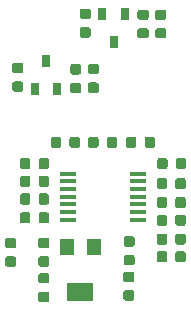
<source format=gtp>
G04 #@! TF.GenerationSoftware,KiCad,Pcbnew,(5.1.2)-1*
G04 #@! TF.CreationDate,2020-07-25T21:03:26+09:00*
G04 #@! TF.ProjectId,cs,63732e6b-6963-4616-945f-706362585858,v1.1*
G04 #@! TF.SameCoordinates,Original*
G04 #@! TF.FileFunction,Paste,Top*
G04 #@! TF.FilePolarity,Positive*
%FSLAX46Y46*%
G04 Gerber Fmt 4.6, Leading zero omitted, Abs format (unit mm)*
G04 Created by KiCad (PCBNEW (5.1.2)-1) date 2020-07-25 21:03:26*
%MOMM*%
%LPD*%
G04 APERTURE LIST*
%ADD10R,1.297940X1.399540*%
%ADD11R,2.298700X1.498600*%
%ADD12C,0.100000*%
%ADD13C,0.875000*%
%ADD14R,1.450000X0.450000*%
%ADD15R,0.700000X1.000000*%
G04 APERTURE END LIST*
D10*
X144148080Y-130950220D03*
D11*
X143000000Y-134798320D03*
D10*
X141851920Y-130950220D03*
D12*
G36*
X137377691Y-131763053D02*
G01*
X137398926Y-131766203D01*
X137419750Y-131771419D01*
X137439962Y-131778651D01*
X137459368Y-131787830D01*
X137477781Y-131798866D01*
X137495024Y-131811654D01*
X137510930Y-131826070D01*
X137525346Y-131841976D01*
X137538134Y-131859219D01*
X137549170Y-131877632D01*
X137558349Y-131897038D01*
X137565581Y-131917250D01*
X137570797Y-131938074D01*
X137573947Y-131959309D01*
X137575000Y-131980750D01*
X137575000Y-132418250D01*
X137573947Y-132439691D01*
X137570797Y-132460926D01*
X137565581Y-132481750D01*
X137558349Y-132501962D01*
X137549170Y-132521368D01*
X137538134Y-132539781D01*
X137525346Y-132557024D01*
X137510930Y-132572930D01*
X137495024Y-132587346D01*
X137477781Y-132600134D01*
X137459368Y-132611170D01*
X137439962Y-132620349D01*
X137419750Y-132627581D01*
X137398926Y-132632797D01*
X137377691Y-132635947D01*
X137356250Y-132637000D01*
X136843750Y-132637000D01*
X136822309Y-132635947D01*
X136801074Y-132632797D01*
X136780250Y-132627581D01*
X136760038Y-132620349D01*
X136740632Y-132611170D01*
X136722219Y-132600134D01*
X136704976Y-132587346D01*
X136689070Y-132572930D01*
X136674654Y-132557024D01*
X136661866Y-132539781D01*
X136650830Y-132521368D01*
X136641651Y-132501962D01*
X136634419Y-132481750D01*
X136629203Y-132460926D01*
X136626053Y-132439691D01*
X136625000Y-132418250D01*
X136625000Y-131980750D01*
X136626053Y-131959309D01*
X136629203Y-131938074D01*
X136634419Y-131917250D01*
X136641651Y-131897038D01*
X136650830Y-131877632D01*
X136661866Y-131859219D01*
X136674654Y-131841976D01*
X136689070Y-131826070D01*
X136704976Y-131811654D01*
X136722219Y-131798866D01*
X136740632Y-131787830D01*
X136760038Y-131778651D01*
X136780250Y-131771419D01*
X136801074Y-131766203D01*
X136822309Y-131763053D01*
X136843750Y-131762000D01*
X137356250Y-131762000D01*
X137377691Y-131763053D01*
X137377691Y-131763053D01*
G37*
D13*
X137100000Y-132199500D03*
D12*
G36*
X137377691Y-130188053D02*
G01*
X137398926Y-130191203D01*
X137419750Y-130196419D01*
X137439962Y-130203651D01*
X137459368Y-130212830D01*
X137477781Y-130223866D01*
X137495024Y-130236654D01*
X137510930Y-130251070D01*
X137525346Y-130266976D01*
X137538134Y-130284219D01*
X137549170Y-130302632D01*
X137558349Y-130322038D01*
X137565581Y-130342250D01*
X137570797Y-130363074D01*
X137573947Y-130384309D01*
X137575000Y-130405750D01*
X137575000Y-130843250D01*
X137573947Y-130864691D01*
X137570797Y-130885926D01*
X137565581Y-130906750D01*
X137558349Y-130926962D01*
X137549170Y-130946368D01*
X137538134Y-130964781D01*
X137525346Y-130982024D01*
X137510930Y-130997930D01*
X137495024Y-131012346D01*
X137477781Y-131025134D01*
X137459368Y-131036170D01*
X137439962Y-131045349D01*
X137419750Y-131052581D01*
X137398926Y-131057797D01*
X137377691Y-131060947D01*
X137356250Y-131062000D01*
X136843750Y-131062000D01*
X136822309Y-131060947D01*
X136801074Y-131057797D01*
X136780250Y-131052581D01*
X136760038Y-131045349D01*
X136740632Y-131036170D01*
X136722219Y-131025134D01*
X136704976Y-131012346D01*
X136689070Y-130997930D01*
X136674654Y-130982024D01*
X136661866Y-130964781D01*
X136650830Y-130946368D01*
X136641651Y-130926962D01*
X136634419Y-130906750D01*
X136629203Y-130885926D01*
X136626053Y-130864691D01*
X136625000Y-130843250D01*
X136625000Y-130405750D01*
X136626053Y-130384309D01*
X136629203Y-130363074D01*
X136634419Y-130342250D01*
X136641651Y-130322038D01*
X136650830Y-130302632D01*
X136661866Y-130284219D01*
X136674654Y-130266976D01*
X136689070Y-130251070D01*
X136704976Y-130236654D01*
X136722219Y-130223866D01*
X136740632Y-130212830D01*
X136760038Y-130203651D01*
X136780250Y-130196419D01*
X136801074Y-130191203D01*
X136822309Y-130188053D01*
X136843750Y-130187000D01*
X137356250Y-130187000D01*
X137377691Y-130188053D01*
X137377691Y-130188053D01*
G37*
D13*
X137100000Y-130624500D03*
D14*
X141950000Y-128650000D03*
X141950000Y-128000000D03*
X141950000Y-127350000D03*
X141950000Y-126700000D03*
X141950000Y-126050000D03*
X141950000Y-125400000D03*
X141950000Y-124750000D03*
X147850000Y-124750000D03*
X147850000Y-125400000D03*
X147850000Y-126050000D03*
X147850000Y-126700000D03*
X147850000Y-127350000D03*
X147850000Y-128000000D03*
X147850000Y-128650000D03*
D15*
X140100000Y-115200000D03*
X141050000Y-117600000D03*
X139150000Y-117600000D03*
X145800000Y-113600000D03*
X144850000Y-111200000D03*
X146750000Y-111200000D03*
D12*
G36*
X140139691Y-124926053D02*
G01*
X140160926Y-124929203D01*
X140181750Y-124934419D01*
X140201962Y-124941651D01*
X140221368Y-124950830D01*
X140239781Y-124961866D01*
X140257024Y-124974654D01*
X140272930Y-124989070D01*
X140287346Y-125004976D01*
X140300134Y-125022219D01*
X140311170Y-125040632D01*
X140320349Y-125060038D01*
X140327581Y-125080250D01*
X140332797Y-125101074D01*
X140335947Y-125122309D01*
X140337000Y-125143750D01*
X140337000Y-125656250D01*
X140335947Y-125677691D01*
X140332797Y-125698926D01*
X140327581Y-125719750D01*
X140320349Y-125739962D01*
X140311170Y-125759368D01*
X140300134Y-125777781D01*
X140287346Y-125795024D01*
X140272930Y-125810930D01*
X140257024Y-125825346D01*
X140239781Y-125838134D01*
X140221368Y-125849170D01*
X140201962Y-125858349D01*
X140181750Y-125865581D01*
X140160926Y-125870797D01*
X140139691Y-125873947D01*
X140118250Y-125875000D01*
X139680750Y-125875000D01*
X139659309Y-125873947D01*
X139638074Y-125870797D01*
X139617250Y-125865581D01*
X139597038Y-125858349D01*
X139577632Y-125849170D01*
X139559219Y-125838134D01*
X139541976Y-125825346D01*
X139526070Y-125810930D01*
X139511654Y-125795024D01*
X139498866Y-125777781D01*
X139487830Y-125759368D01*
X139478651Y-125739962D01*
X139471419Y-125719750D01*
X139466203Y-125698926D01*
X139463053Y-125677691D01*
X139462000Y-125656250D01*
X139462000Y-125143750D01*
X139463053Y-125122309D01*
X139466203Y-125101074D01*
X139471419Y-125080250D01*
X139478651Y-125060038D01*
X139487830Y-125040632D01*
X139498866Y-125022219D01*
X139511654Y-125004976D01*
X139526070Y-124989070D01*
X139541976Y-124974654D01*
X139559219Y-124961866D01*
X139577632Y-124950830D01*
X139597038Y-124941651D01*
X139617250Y-124934419D01*
X139638074Y-124929203D01*
X139659309Y-124926053D01*
X139680750Y-124925000D01*
X140118250Y-124925000D01*
X140139691Y-124926053D01*
X140139691Y-124926053D01*
G37*
D13*
X139899500Y-125400000D03*
D12*
G36*
X138564691Y-124926053D02*
G01*
X138585926Y-124929203D01*
X138606750Y-124934419D01*
X138626962Y-124941651D01*
X138646368Y-124950830D01*
X138664781Y-124961866D01*
X138682024Y-124974654D01*
X138697930Y-124989070D01*
X138712346Y-125004976D01*
X138725134Y-125022219D01*
X138736170Y-125040632D01*
X138745349Y-125060038D01*
X138752581Y-125080250D01*
X138757797Y-125101074D01*
X138760947Y-125122309D01*
X138762000Y-125143750D01*
X138762000Y-125656250D01*
X138760947Y-125677691D01*
X138757797Y-125698926D01*
X138752581Y-125719750D01*
X138745349Y-125739962D01*
X138736170Y-125759368D01*
X138725134Y-125777781D01*
X138712346Y-125795024D01*
X138697930Y-125810930D01*
X138682024Y-125825346D01*
X138664781Y-125838134D01*
X138646368Y-125849170D01*
X138626962Y-125858349D01*
X138606750Y-125865581D01*
X138585926Y-125870797D01*
X138564691Y-125873947D01*
X138543250Y-125875000D01*
X138105750Y-125875000D01*
X138084309Y-125873947D01*
X138063074Y-125870797D01*
X138042250Y-125865581D01*
X138022038Y-125858349D01*
X138002632Y-125849170D01*
X137984219Y-125838134D01*
X137966976Y-125825346D01*
X137951070Y-125810930D01*
X137936654Y-125795024D01*
X137923866Y-125777781D01*
X137912830Y-125759368D01*
X137903651Y-125739962D01*
X137896419Y-125719750D01*
X137891203Y-125698926D01*
X137888053Y-125677691D01*
X137887000Y-125656250D01*
X137887000Y-125143750D01*
X137888053Y-125122309D01*
X137891203Y-125101074D01*
X137896419Y-125080250D01*
X137903651Y-125060038D01*
X137912830Y-125040632D01*
X137923866Y-125022219D01*
X137936654Y-125004976D01*
X137951070Y-124989070D01*
X137966976Y-124974654D01*
X137984219Y-124961866D01*
X138002632Y-124950830D01*
X138022038Y-124941651D01*
X138042250Y-124934419D01*
X138063074Y-124929203D01*
X138084309Y-124926053D01*
X138105750Y-124925000D01*
X138543250Y-124925000D01*
X138564691Y-124926053D01*
X138564691Y-124926053D01*
G37*
D13*
X138324500Y-125400000D03*
D12*
G36*
X141164691Y-121626053D02*
G01*
X141185926Y-121629203D01*
X141206750Y-121634419D01*
X141226962Y-121641651D01*
X141246368Y-121650830D01*
X141264781Y-121661866D01*
X141282024Y-121674654D01*
X141297930Y-121689070D01*
X141312346Y-121704976D01*
X141325134Y-121722219D01*
X141336170Y-121740632D01*
X141345349Y-121760038D01*
X141352581Y-121780250D01*
X141357797Y-121801074D01*
X141360947Y-121822309D01*
X141362000Y-121843750D01*
X141362000Y-122356250D01*
X141360947Y-122377691D01*
X141357797Y-122398926D01*
X141352581Y-122419750D01*
X141345349Y-122439962D01*
X141336170Y-122459368D01*
X141325134Y-122477781D01*
X141312346Y-122495024D01*
X141297930Y-122510930D01*
X141282024Y-122525346D01*
X141264781Y-122538134D01*
X141246368Y-122549170D01*
X141226962Y-122558349D01*
X141206750Y-122565581D01*
X141185926Y-122570797D01*
X141164691Y-122573947D01*
X141143250Y-122575000D01*
X140705750Y-122575000D01*
X140684309Y-122573947D01*
X140663074Y-122570797D01*
X140642250Y-122565581D01*
X140622038Y-122558349D01*
X140602632Y-122549170D01*
X140584219Y-122538134D01*
X140566976Y-122525346D01*
X140551070Y-122510930D01*
X140536654Y-122495024D01*
X140523866Y-122477781D01*
X140512830Y-122459368D01*
X140503651Y-122439962D01*
X140496419Y-122419750D01*
X140491203Y-122398926D01*
X140488053Y-122377691D01*
X140487000Y-122356250D01*
X140487000Y-121843750D01*
X140488053Y-121822309D01*
X140491203Y-121801074D01*
X140496419Y-121780250D01*
X140503651Y-121760038D01*
X140512830Y-121740632D01*
X140523866Y-121722219D01*
X140536654Y-121704976D01*
X140551070Y-121689070D01*
X140566976Y-121674654D01*
X140584219Y-121661866D01*
X140602632Y-121650830D01*
X140622038Y-121641651D01*
X140642250Y-121634419D01*
X140663074Y-121629203D01*
X140684309Y-121626053D01*
X140705750Y-121625000D01*
X141143250Y-121625000D01*
X141164691Y-121626053D01*
X141164691Y-121626053D01*
G37*
D13*
X140924500Y-122100000D03*
D12*
G36*
X142739691Y-121626053D02*
G01*
X142760926Y-121629203D01*
X142781750Y-121634419D01*
X142801962Y-121641651D01*
X142821368Y-121650830D01*
X142839781Y-121661866D01*
X142857024Y-121674654D01*
X142872930Y-121689070D01*
X142887346Y-121704976D01*
X142900134Y-121722219D01*
X142911170Y-121740632D01*
X142920349Y-121760038D01*
X142927581Y-121780250D01*
X142932797Y-121801074D01*
X142935947Y-121822309D01*
X142937000Y-121843750D01*
X142937000Y-122356250D01*
X142935947Y-122377691D01*
X142932797Y-122398926D01*
X142927581Y-122419750D01*
X142920349Y-122439962D01*
X142911170Y-122459368D01*
X142900134Y-122477781D01*
X142887346Y-122495024D01*
X142872930Y-122510930D01*
X142857024Y-122525346D01*
X142839781Y-122538134D01*
X142821368Y-122549170D01*
X142801962Y-122558349D01*
X142781750Y-122565581D01*
X142760926Y-122570797D01*
X142739691Y-122573947D01*
X142718250Y-122575000D01*
X142280750Y-122575000D01*
X142259309Y-122573947D01*
X142238074Y-122570797D01*
X142217250Y-122565581D01*
X142197038Y-122558349D01*
X142177632Y-122549170D01*
X142159219Y-122538134D01*
X142141976Y-122525346D01*
X142126070Y-122510930D01*
X142111654Y-122495024D01*
X142098866Y-122477781D01*
X142087830Y-122459368D01*
X142078651Y-122439962D01*
X142071419Y-122419750D01*
X142066203Y-122398926D01*
X142063053Y-122377691D01*
X142062000Y-122356250D01*
X142062000Y-121843750D01*
X142063053Y-121822309D01*
X142066203Y-121801074D01*
X142071419Y-121780250D01*
X142078651Y-121760038D01*
X142087830Y-121740632D01*
X142098866Y-121722219D01*
X142111654Y-121704976D01*
X142126070Y-121689070D01*
X142141976Y-121674654D01*
X142159219Y-121661866D01*
X142177632Y-121650830D01*
X142197038Y-121641651D01*
X142217250Y-121634419D01*
X142238074Y-121629203D01*
X142259309Y-121626053D01*
X142280750Y-121625000D01*
X142718250Y-121625000D01*
X142739691Y-121626053D01*
X142739691Y-121626053D01*
G37*
D13*
X142499500Y-122100000D03*
D12*
G36*
X147402691Y-131639053D02*
G01*
X147423926Y-131642203D01*
X147444750Y-131647419D01*
X147464962Y-131654651D01*
X147484368Y-131663830D01*
X147502781Y-131674866D01*
X147520024Y-131687654D01*
X147535930Y-131702070D01*
X147550346Y-131717976D01*
X147563134Y-131735219D01*
X147574170Y-131753632D01*
X147583349Y-131773038D01*
X147590581Y-131793250D01*
X147595797Y-131814074D01*
X147598947Y-131835309D01*
X147600000Y-131856750D01*
X147600000Y-132294250D01*
X147598947Y-132315691D01*
X147595797Y-132336926D01*
X147590581Y-132357750D01*
X147583349Y-132377962D01*
X147574170Y-132397368D01*
X147563134Y-132415781D01*
X147550346Y-132433024D01*
X147535930Y-132448930D01*
X147520024Y-132463346D01*
X147502781Y-132476134D01*
X147484368Y-132487170D01*
X147464962Y-132496349D01*
X147444750Y-132503581D01*
X147423926Y-132508797D01*
X147402691Y-132511947D01*
X147381250Y-132513000D01*
X146868750Y-132513000D01*
X146847309Y-132511947D01*
X146826074Y-132508797D01*
X146805250Y-132503581D01*
X146785038Y-132496349D01*
X146765632Y-132487170D01*
X146747219Y-132476134D01*
X146729976Y-132463346D01*
X146714070Y-132448930D01*
X146699654Y-132433024D01*
X146686866Y-132415781D01*
X146675830Y-132397368D01*
X146666651Y-132377962D01*
X146659419Y-132357750D01*
X146654203Y-132336926D01*
X146651053Y-132315691D01*
X146650000Y-132294250D01*
X146650000Y-131856750D01*
X146651053Y-131835309D01*
X146654203Y-131814074D01*
X146659419Y-131793250D01*
X146666651Y-131773038D01*
X146675830Y-131753632D01*
X146686866Y-131735219D01*
X146699654Y-131717976D01*
X146714070Y-131702070D01*
X146729976Y-131687654D01*
X146747219Y-131674866D01*
X146765632Y-131663830D01*
X146785038Y-131654651D01*
X146805250Y-131647419D01*
X146826074Y-131642203D01*
X146847309Y-131639053D01*
X146868750Y-131638000D01*
X147381250Y-131638000D01*
X147402691Y-131639053D01*
X147402691Y-131639053D01*
G37*
D13*
X147125000Y-132075500D03*
D12*
G36*
X147402691Y-130064053D02*
G01*
X147423926Y-130067203D01*
X147444750Y-130072419D01*
X147464962Y-130079651D01*
X147484368Y-130088830D01*
X147502781Y-130099866D01*
X147520024Y-130112654D01*
X147535930Y-130127070D01*
X147550346Y-130142976D01*
X147563134Y-130160219D01*
X147574170Y-130178632D01*
X147583349Y-130198038D01*
X147590581Y-130218250D01*
X147595797Y-130239074D01*
X147598947Y-130260309D01*
X147600000Y-130281750D01*
X147600000Y-130719250D01*
X147598947Y-130740691D01*
X147595797Y-130761926D01*
X147590581Y-130782750D01*
X147583349Y-130802962D01*
X147574170Y-130822368D01*
X147563134Y-130840781D01*
X147550346Y-130858024D01*
X147535930Y-130873930D01*
X147520024Y-130888346D01*
X147502781Y-130901134D01*
X147484368Y-130912170D01*
X147464962Y-130921349D01*
X147444750Y-130928581D01*
X147423926Y-130933797D01*
X147402691Y-130936947D01*
X147381250Y-130938000D01*
X146868750Y-130938000D01*
X146847309Y-130936947D01*
X146826074Y-130933797D01*
X146805250Y-130928581D01*
X146785038Y-130921349D01*
X146765632Y-130912170D01*
X146747219Y-130901134D01*
X146729976Y-130888346D01*
X146714070Y-130873930D01*
X146699654Y-130858024D01*
X146686866Y-130840781D01*
X146675830Y-130822368D01*
X146666651Y-130802962D01*
X146659419Y-130782750D01*
X146654203Y-130761926D01*
X146651053Y-130740691D01*
X146650000Y-130719250D01*
X146650000Y-130281750D01*
X146651053Y-130260309D01*
X146654203Y-130239074D01*
X146659419Y-130218250D01*
X146666651Y-130198038D01*
X146675830Y-130178632D01*
X146686866Y-130160219D01*
X146699654Y-130142976D01*
X146714070Y-130127070D01*
X146729976Y-130112654D01*
X146747219Y-130099866D01*
X146765632Y-130088830D01*
X146785038Y-130079651D01*
X146805250Y-130072419D01*
X146826074Y-130067203D01*
X146847309Y-130064053D01*
X146868750Y-130063000D01*
X147381250Y-130063000D01*
X147402691Y-130064053D01*
X147402691Y-130064053D01*
G37*
D13*
X147125000Y-130500500D03*
D12*
G36*
X150077691Y-112439053D02*
G01*
X150098926Y-112442203D01*
X150119750Y-112447419D01*
X150139962Y-112454651D01*
X150159368Y-112463830D01*
X150177781Y-112474866D01*
X150195024Y-112487654D01*
X150210930Y-112502070D01*
X150225346Y-112517976D01*
X150238134Y-112535219D01*
X150249170Y-112553632D01*
X150258349Y-112573038D01*
X150265581Y-112593250D01*
X150270797Y-112614074D01*
X150273947Y-112635309D01*
X150275000Y-112656750D01*
X150275000Y-113094250D01*
X150273947Y-113115691D01*
X150270797Y-113136926D01*
X150265581Y-113157750D01*
X150258349Y-113177962D01*
X150249170Y-113197368D01*
X150238134Y-113215781D01*
X150225346Y-113233024D01*
X150210930Y-113248930D01*
X150195024Y-113263346D01*
X150177781Y-113276134D01*
X150159368Y-113287170D01*
X150139962Y-113296349D01*
X150119750Y-113303581D01*
X150098926Y-113308797D01*
X150077691Y-113311947D01*
X150056250Y-113313000D01*
X149543750Y-113313000D01*
X149522309Y-113311947D01*
X149501074Y-113308797D01*
X149480250Y-113303581D01*
X149460038Y-113296349D01*
X149440632Y-113287170D01*
X149422219Y-113276134D01*
X149404976Y-113263346D01*
X149389070Y-113248930D01*
X149374654Y-113233024D01*
X149361866Y-113215781D01*
X149350830Y-113197368D01*
X149341651Y-113177962D01*
X149334419Y-113157750D01*
X149329203Y-113136926D01*
X149326053Y-113115691D01*
X149325000Y-113094250D01*
X149325000Y-112656750D01*
X149326053Y-112635309D01*
X149329203Y-112614074D01*
X149334419Y-112593250D01*
X149341651Y-112573038D01*
X149350830Y-112553632D01*
X149361866Y-112535219D01*
X149374654Y-112517976D01*
X149389070Y-112502070D01*
X149404976Y-112487654D01*
X149422219Y-112474866D01*
X149440632Y-112463830D01*
X149460038Y-112454651D01*
X149480250Y-112447419D01*
X149501074Y-112442203D01*
X149522309Y-112439053D01*
X149543750Y-112438000D01*
X150056250Y-112438000D01*
X150077691Y-112439053D01*
X150077691Y-112439053D01*
G37*
D13*
X149800000Y-112875500D03*
D12*
G36*
X150077691Y-110864053D02*
G01*
X150098926Y-110867203D01*
X150119750Y-110872419D01*
X150139962Y-110879651D01*
X150159368Y-110888830D01*
X150177781Y-110899866D01*
X150195024Y-110912654D01*
X150210930Y-110927070D01*
X150225346Y-110942976D01*
X150238134Y-110960219D01*
X150249170Y-110978632D01*
X150258349Y-110998038D01*
X150265581Y-111018250D01*
X150270797Y-111039074D01*
X150273947Y-111060309D01*
X150275000Y-111081750D01*
X150275000Y-111519250D01*
X150273947Y-111540691D01*
X150270797Y-111561926D01*
X150265581Y-111582750D01*
X150258349Y-111602962D01*
X150249170Y-111622368D01*
X150238134Y-111640781D01*
X150225346Y-111658024D01*
X150210930Y-111673930D01*
X150195024Y-111688346D01*
X150177781Y-111701134D01*
X150159368Y-111712170D01*
X150139962Y-111721349D01*
X150119750Y-111728581D01*
X150098926Y-111733797D01*
X150077691Y-111736947D01*
X150056250Y-111738000D01*
X149543750Y-111738000D01*
X149522309Y-111736947D01*
X149501074Y-111733797D01*
X149480250Y-111728581D01*
X149460038Y-111721349D01*
X149440632Y-111712170D01*
X149422219Y-111701134D01*
X149404976Y-111688346D01*
X149389070Y-111673930D01*
X149374654Y-111658024D01*
X149361866Y-111640781D01*
X149350830Y-111622368D01*
X149341651Y-111602962D01*
X149334419Y-111582750D01*
X149329203Y-111561926D01*
X149326053Y-111540691D01*
X149325000Y-111519250D01*
X149325000Y-111081750D01*
X149326053Y-111060309D01*
X149329203Y-111039074D01*
X149334419Y-111018250D01*
X149341651Y-110998038D01*
X149350830Y-110978632D01*
X149361866Y-110960219D01*
X149374654Y-110942976D01*
X149389070Y-110927070D01*
X149404976Y-110912654D01*
X149422219Y-110899866D01*
X149440632Y-110888830D01*
X149460038Y-110879651D01*
X149480250Y-110872419D01*
X149501074Y-110867203D01*
X149522309Y-110864053D01*
X149543750Y-110863000D01*
X150056250Y-110863000D01*
X150077691Y-110864053D01*
X150077691Y-110864053D01*
G37*
D13*
X149800000Y-111300500D03*
D12*
G36*
X150140691Y-125126053D02*
G01*
X150161926Y-125129203D01*
X150182750Y-125134419D01*
X150202962Y-125141651D01*
X150222368Y-125150830D01*
X150240781Y-125161866D01*
X150258024Y-125174654D01*
X150273930Y-125189070D01*
X150288346Y-125204976D01*
X150301134Y-125222219D01*
X150312170Y-125240632D01*
X150321349Y-125260038D01*
X150328581Y-125280250D01*
X150333797Y-125301074D01*
X150336947Y-125322309D01*
X150338000Y-125343750D01*
X150338000Y-125856250D01*
X150336947Y-125877691D01*
X150333797Y-125898926D01*
X150328581Y-125919750D01*
X150321349Y-125939962D01*
X150312170Y-125959368D01*
X150301134Y-125977781D01*
X150288346Y-125995024D01*
X150273930Y-126010930D01*
X150258024Y-126025346D01*
X150240781Y-126038134D01*
X150222368Y-126049170D01*
X150202962Y-126058349D01*
X150182750Y-126065581D01*
X150161926Y-126070797D01*
X150140691Y-126073947D01*
X150119250Y-126075000D01*
X149681750Y-126075000D01*
X149660309Y-126073947D01*
X149639074Y-126070797D01*
X149618250Y-126065581D01*
X149598038Y-126058349D01*
X149578632Y-126049170D01*
X149560219Y-126038134D01*
X149542976Y-126025346D01*
X149527070Y-126010930D01*
X149512654Y-125995024D01*
X149499866Y-125977781D01*
X149488830Y-125959368D01*
X149479651Y-125939962D01*
X149472419Y-125919750D01*
X149467203Y-125898926D01*
X149464053Y-125877691D01*
X149463000Y-125856250D01*
X149463000Y-125343750D01*
X149464053Y-125322309D01*
X149467203Y-125301074D01*
X149472419Y-125280250D01*
X149479651Y-125260038D01*
X149488830Y-125240632D01*
X149499866Y-125222219D01*
X149512654Y-125204976D01*
X149527070Y-125189070D01*
X149542976Y-125174654D01*
X149560219Y-125161866D01*
X149578632Y-125150830D01*
X149598038Y-125141651D01*
X149618250Y-125134419D01*
X149639074Y-125129203D01*
X149660309Y-125126053D01*
X149681750Y-125125000D01*
X150119250Y-125125000D01*
X150140691Y-125126053D01*
X150140691Y-125126053D01*
G37*
D13*
X149900500Y-125600000D03*
D12*
G36*
X151715691Y-125126053D02*
G01*
X151736926Y-125129203D01*
X151757750Y-125134419D01*
X151777962Y-125141651D01*
X151797368Y-125150830D01*
X151815781Y-125161866D01*
X151833024Y-125174654D01*
X151848930Y-125189070D01*
X151863346Y-125204976D01*
X151876134Y-125222219D01*
X151887170Y-125240632D01*
X151896349Y-125260038D01*
X151903581Y-125280250D01*
X151908797Y-125301074D01*
X151911947Y-125322309D01*
X151913000Y-125343750D01*
X151913000Y-125856250D01*
X151911947Y-125877691D01*
X151908797Y-125898926D01*
X151903581Y-125919750D01*
X151896349Y-125939962D01*
X151887170Y-125959368D01*
X151876134Y-125977781D01*
X151863346Y-125995024D01*
X151848930Y-126010930D01*
X151833024Y-126025346D01*
X151815781Y-126038134D01*
X151797368Y-126049170D01*
X151777962Y-126058349D01*
X151757750Y-126065581D01*
X151736926Y-126070797D01*
X151715691Y-126073947D01*
X151694250Y-126075000D01*
X151256750Y-126075000D01*
X151235309Y-126073947D01*
X151214074Y-126070797D01*
X151193250Y-126065581D01*
X151173038Y-126058349D01*
X151153632Y-126049170D01*
X151135219Y-126038134D01*
X151117976Y-126025346D01*
X151102070Y-126010930D01*
X151087654Y-125995024D01*
X151074866Y-125977781D01*
X151063830Y-125959368D01*
X151054651Y-125939962D01*
X151047419Y-125919750D01*
X151042203Y-125898926D01*
X151039053Y-125877691D01*
X151038000Y-125856250D01*
X151038000Y-125343750D01*
X151039053Y-125322309D01*
X151042203Y-125301074D01*
X151047419Y-125280250D01*
X151054651Y-125260038D01*
X151063830Y-125240632D01*
X151074866Y-125222219D01*
X151087654Y-125204976D01*
X151102070Y-125189070D01*
X151117976Y-125174654D01*
X151135219Y-125161866D01*
X151153632Y-125150830D01*
X151173038Y-125141651D01*
X151193250Y-125134419D01*
X151214074Y-125129203D01*
X151235309Y-125126053D01*
X151256750Y-125125000D01*
X151694250Y-125125000D01*
X151715691Y-125126053D01*
X151715691Y-125126053D01*
G37*
D13*
X151475500Y-125600000D03*
D12*
G36*
X150140691Y-129826053D02*
G01*
X150161926Y-129829203D01*
X150182750Y-129834419D01*
X150202962Y-129841651D01*
X150222368Y-129850830D01*
X150240781Y-129861866D01*
X150258024Y-129874654D01*
X150273930Y-129889070D01*
X150288346Y-129904976D01*
X150301134Y-129922219D01*
X150312170Y-129940632D01*
X150321349Y-129960038D01*
X150328581Y-129980250D01*
X150333797Y-130001074D01*
X150336947Y-130022309D01*
X150338000Y-130043750D01*
X150338000Y-130556250D01*
X150336947Y-130577691D01*
X150333797Y-130598926D01*
X150328581Y-130619750D01*
X150321349Y-130639962D01*
X150312170Y-130659368D01*
X150301134Y-130677781D01*
X150288346Y-130695024D01*
X150273930Y-130710930D01*
X150258024Y-130725346D01*
X150240781Y-130738134D01*
X150222368Y-130749170D01*
X150202962Y-130758349D01*
X150182750Y-130765581D01*
X150161926Y-130770797D01*
X150140691Y-130773947D01*
X150119250Y-130775000D01*
X149681750Y-130775000D01*
X149660309Y-130773947D01*
X149639074Y-130770797D01*
X149618250Y-130765581D01*
X149598038Y-130758349D01*
X149578632Y-130749170D01*
X149560219Y-130738134D01*
X149542976Y-130725346D01*
X149527070Y-130710930D01*
X149512654Y-130695024D01*
X149499866Y-130677781D01*
X149488830Y-130659368D01*
X149479651Y-130639962D01*
X149472419Y-130619750D01*
X149467203Y-130598926D01*
X149464053Y-130577691D01*
X149463000Y-130556250D01*
X149463000Y-130043750D01*
X149464053Y-130022309D01*
X149467203Y-130001074D01*
X149472419Y-129980250D01*
X149479651Y-129960038D01*
X149488830Y-129940632D01*
X149499866Y-129922219D01*
X149512654Y-129904976D01*
X149527070Y-129889070D01*
X149542976Y-129874654D01*
X149560219Y-129861866D01*
X149578632Y-129850830D01*
X149598038Y-129841651D01*
X149618250Y-129834419D01*
X149639074Y-129829203D01*
X149660309Y-129826053D01*
X149681750Y-129825000D01*
X150119250Y-129825000D01*
X150140691Y-129826053D01*
X150140691Y-129826053D01*
G37*
D13*
X149900500Y-130300000D03*
D12*
G36*
X151715691Y-129826053D02*
G01*
X151736926Y-129829203D01*
X151757750Y-129834419D01*
X151777962Y-129841651D01*
X151797368Y-129850830D01*
X151815781Y-129861866D01*
X151833024Y-129874654D01*
X151848930Y-129889070D01*
X151863346Y-129904976D01*
X151876134Y-129922219D01*
X151887170Y-129940632D01*
X151896349Y-129960038D01*
X151903581Y-129980250D01*
X151908797Y-130001074D01*
X151911947Y-130022309D01*
X151913000Y-130043750D01*
X151913000Y-130556250D01*
X151911947Y-130577691D01*
X151908797Y-130598926D01*
X151903581Y-130619750D01*
X151896349Y-130639962D01*
X151887170Y-130659368D01*
X151876134Y-130677781D01*
X151863346Y-130695024D01*
X151848930Y-130710930D01*
X151833024Y-130725346D01*
X151815781Y-130738134D01*
X151797368Y-130749170D01*
X151777962Y-130758349D01*
X151757750Y-130765581D01*
X151736926Y-130770797D01*
X151715691Y-130773947D01*
X151694250Y-130775000D01*
X151256750Y-130775000D01*
X151235309Y-130773947D01*
X151214074Y-130770797D01*
X151193250Y-130765581D01*
X151173038Y-130758349D01*
X151153632Y-130749170D01*
X151135219Y-130738134D01*
X151117976Y-130725346D01*
X151102070Y-130710930D01*
X151087654Y-130695024D01*
X151074866Y-130677781D01*
X151063830Y-130659368D01*
X151054651Y-130639962D01*
X151047419Y-130619750D01*
X151042203Y-130598926D01*
X151039053Y-130577691D01*
X151038000Y-130556250D01*
X151038000Y-130043750D01*
X151039053Y-130022309D01*
X151042203Y-130001074D01*
X151047419Y-129980250D01*
X151054651Y-129960038D01*
X151063830Y-129940632D01*
X151074866Y-129922219D01*
X151087654Y-129904976D01*
X151102070Y-129889070D01*
X151117976Y-129874654D01*
X151135219Y-129861866D01*
X151153632Y-129850830D01*
X151173038Y-129841651D01*
X151193250Y-129834419D01*
X151214074Y-129829203D01*
X151235309Y-129826053D01*
X151256750Y-129825000D01*
X151694250Y-129825000D01*
X151715691Y-129826053D01*
X151715691Y-129826053D01*
G37*
D13*
X151475500Y-130300000D03*
D12*
G36*
X138564691Y-128026053D02*
G01*
X138585926Y-128029203D01*
X138606750Y-128034419D01*
X138626962Y-128041651D01*
X138646368Y-128050830D01*
X138664781Y-128061866D01*
X138682024Y-128074654D01*
X138697930Y-128089070D01*
X138712346Y-128104976D01*
X138725134Y-128122219D01*
X138736170Y-128140632D01*
X138745349Y-128160038D01*
X138752581Y-128180250D01*
X138757797Y-128201074D01*
X138760947Y-128222309D01*
X138762000Y-128243750D01*
X138762000Y-128756250D01*
X138760947Y-128777691D01*
X138757797Y-128798926D01*
X138752581Y-128819750D01*
X138745349Y-128839962D01*
X138736170Y-128859368D01*
X138725134Y-128877781D01*
X138712346Y-128895024D01*
X138697930Y-128910930D01*
X138682024Y-128925346D01*
X138664781Y-128938134D01*
X138646368Y-128949170D01*
X138626962Y-128958349D01*
X138606750Y-128965581D01*
X138585926Y-128970797D01*
X138564691Y-128973947D01*
X138543250Y-128975000D01*
X138105750Y-128975000D01*
X138084309Y-128973947D01*
X138063074Y-128970797D01*
X138042250Y-128965581D01*
X138022038Y-128958349D01*
X138002632Y-128949170D01*
X137984219Y-128938134D01*
X137966976Y-128925346D01*
X137951070Y-128910930D01*
X137936654Y-128895024D01*
X137923866Y-128877781D01*
X137912830Y-128859368D01*
X137903651Y-128839962D01*
X137896419Y-128819750D01*
X137891203Y-128798926D01*
X137888053Y-128777691D01*
X137887000Y-128756250D01*
X137887000Y-128243750D01*
X137888053Y-128222309D01*
X137891203Y-128201074D01*
X137896419Y-128180250D01*
X137903651Y-128160038D01*
X137912830Y-128140632D01*
X137923866Y-128122219D01*
X137936654Y-128104976D01*
X137951070Y-128089070D01*
X137966976Y-128074654D01*
X137984219Y-128061866D01*
X138002632Y-128050830D01*
X138022038Y-128041651D01*
X138042250Y-128034419D01*
X138063074Y-128029203D01*
X138084309Y-128026053D01*
X138105750Y-128025000D01*
X138543250Y-128025000D01*
X138564691Y-128026053D01*
X138564691Y-128026053D01*
G37*
D13*
X138324500Y-128500000D03*
D12*
G36*
X140139691Y-128026053D02*
G01*
X140160926Y-128029203D01*
X140181750Y-128034419D01*
X140201962Y-128041651D01*
X140221368Y-128050830D01*
X140239781Y-128061866D01*
X140257024Y-128074654D01*
X140272930Y-128089070D01*
X140287346Y-128104976D01*
X140300134Y-128122219D01*
X140311170Y-128140632D01*
X140320349Y-128160038D01*
X140327581Y-128180250D01*
X140332797Y-128201074D01*
X140335947Y-128222309D01*
X140337000Y-128243750D01*
X140337000Y-128756250D01*
X140335947Y-128777691D01*
X140332797Y-128798926D01*
X140327581Y-128819750D01*
X140320349Y-128839962D01*
X140311170Y-128859368D01*
X140300134Y-128877781D01*
X140287346Y-128895024D01*
X140272930Y-128910930D01*
X140257024Y-128925346D01*
X140239781Y-128938134D01*
X140221368Y-128949170D01*
X140201962Y-128958349D01*
X140181750Y-128965581D01*
X140160926Y-128970797D01*
X140139691Y-128973947D01*
X140118250Y-128975000D01*
X139680750Y-128975000D01*
X139659309Y-128973947D01*
X139638074Y-128970797D01*
X139617250Y-128965581D01*
X139597038Y-128958349D01*
X139577632Y-128949170D01*
X139559219Y-128938134D01*
X139541976Y-128925346D01*
X139526070Y-128910930D01*
X139511654Y-128895024D01*
X139498866Y-128877781D01*
X139487830Y-128859368D01*
X139478651Y-128839962D01*
X139471419Y-128819750D01*
X139466203Y-128798926D01*
X139463053Y-128777691D01*
X139462000Y-128756250D01*
X139462000Y-128243750D01*
X139463053Y-128222309D01*
X139466203Y-128201074D01*
X139471419Y-128180250D01*
X139478651Y-128160038D01*
X139487830Y-128140632D01*
X139498866Y-128122219D01*
X139511654Y-128104976D01*
X139526070Y-128089070D01*
X139541976Y-128074654D01*
X139559219Y-128061866D01*
X139577632Y-128050830D01*
X139597038Y-128041651D01*
X139617250Y-128034419D01*
X139638074Y-128029203D01*
X139659309Y-128026053D01*
X139680750Y-128025000D01*
X140118250Y-128025000D01*
X140139691Y-128026053D01*
X140139691Y-128026053D01*
G37*
D13*
X139899500Y-128500000D03*
D12*
G36*
X140139691Y-126426053D02*
G01*
X140160926Y-126429203D01*
X140181750Y-126434419D01*
X140201962Y-126441651D01*
X140221368Y-126450830D01*
X140239781Y-126461866D01*
X140257024Y-126474654D01*
X140272930Y-126489070D01*
X140287346Y-126504976D01*
X140300134Y-126522219D01*
X140311170Y-126540632D01*
X140320349Y-126560038D01*
X140327581Y-126580250D01*
X140332797Y-126601074D01*
X140335947Y-126622309D01*
X140337000Y-126643750D01*
X140337000Y-127156250D01*
X140335947Y-127177691D01*
X140332797Y-127198926D01*
X140327581Y-127219750D01*
X140320349Y-127239962D01*
X140311170Y-127259368D01*
X140300134Y-127277781D01*
X140287346Y-127295024D01*
X140272930Y-127310930D01*
X140257024Y-127325346D01*
X140239781Y-127338134D01*
X140221368Y-127349170D01*
X140201962Y-127358349D01*
X140181750Y-127365581D01*
X140160926Y-127370797D01*
X140139691Y-127373947D01*
X140118250Y-127375000D01*
X139680750Y-127375000D01*
X139659309Y-127373947D01*
X139638074Y-127370797D01*
X139617250Y-127365581D01*
X139597038Y-127358349D01*
X139577632Y-127349170D01*
X139559219Y-127338134D01*
X139541976Y-127325346D01*
X139526070Y-127310930D01*
X139511654Y-127295024D01*
X139498866Y-127277781D01*
X139487830Y-127259368D01*
X139478651Y-127239962D01*
X139471419Y-127219750D01*
X139466203Y-127198926D01*
X139463053Y-127177691D01*
X139462000Y-127156250D01*
X139462000Y-126643750D01*
X139463053Y-126622309D01*
X139466203Y-126601074D01*
X139471419Y-126580250D01*
X139478651Y-126560038D01*
X139487830Y-126540632D01*
X139498866Y-126522219D01*
X139511654Y-126504976D01*
X139526070Y-126489070D01*
X139541976Y-126474654D01*
X139559219Y-126461866D01*
X139577632Y-126450830D01*
X139597038Y-126441651D01*
X139617250Y-126434419D01*
X139638074Y-126429203D01*
X139659309Y-126426053D01*
X139680750Y-126425000D01*
X140118250Y-126425000D01*
X140139691Y-126426053D01*
X140139691Y-126426053D01*
G37*
D13*
X139899500Y-126900000D03*
D12*
G36*
X138564691Y-126426053D02*
G01*
X138585926Y-126429203D01*
X138606750Y-126434419D01*
X138626962Y-126441651D01*
X138646368Y-126450830D01*
X138664781Y-126461866D01*
X138682024Y-126474654D01*
X138697930Y-126489070D01*
X138712346Y-126504976D01*
X138725134Y-126522219D01*
X138736170Y-126540632D01*
X138745349Y-126560038D01*
X138752581Y-126580250D01*
X138757797Y-126601074D01*
X138760947Y-126622309D01*
X138762000Y-126643750D01*
X138762000Y-127156250D01*
X138760947Y-127177691D01*
X138757797Y-127198926D01*
X138752581Y-127219750D01*
X138745349Y-127239962D01*
X138736170Y-127259368D01*
X138725134Y-127277781D01*
X138712346Y-127295024D01*
X138697930Y-127310930D01*
X138682024Y-127325346D01*
X138664781Y-127338134D01*
X138646368Y-127349170D01*
X138626962Y-127358349D01*
X138606750Y-127365581D01*
X138585926Y-127370797D01*
X138564691Y-127373947D01*
X138543250Y-127375000D01*
X138105750Y-127375000D01*
X138084309Y-127373947D01*
X138063074Y-127370797D01*
X138042250Y-127365581D01*
X138022038Y-127358349D01*
X138002632Y-127349170D01*
X137984219Y-127338134D01*
X137966976Y-127325346D01*
X137951070Y-127310930D01*
X137936654Y-127295024D01*
X137923866Y-127277781D01*
X137912830Y-127259368D01*
X137903651Y-127239962D01*
X137896419Y-127219750D01*
X137891203Y-127198926D01*
X137888053Y-127177691D01*
X137887000Y-127156250D01*
X137887000Y-126643750D01*
X137888053Y-126622309D01*
X137891203Y-126601074D01*
X137896419Y-126580250D01*
X137903651Y-126560038D01*
X137912830Y-126540632D01*
X137923866Y-126522219D01*
X137936654Y-126504976D01*
X137951070Y-126489070D01*
X137966976Y-126474654D01*
X137984219Y-126461866D01*
X138002632Y-126450830D01*
X138022038Y-126441651D01*
X138042250Y-126434419D01*
X138063074Y-126429203D01*
X138084309Y-126426053D01*
X138105750Y-126425000D01*
X138543250Y-126425000D01*
X138564691Y-126426053D01*
X138564691Y-126426053D01*
G37*
D13*
X138324500Y-126900000D03*
D12*
G36*
X144377691Y-117039053D02*
G01*
X144398926Y-117042203D01*
X144419750Y-117047419D01*
X144439962Y-117054651D01*
X144459368Y-117063830D01*
X144477781Y-117074866D01*
X144495024Y-117087654D01*
X144510930Y-117102070D01*
X144525346Y-117117976D01*
X144538134Y-117135219D01*
X144549170Y-117153632D01*
X144558349Y-117173038D01*
X144565581Y-117193250D01*
X144570797Y-117214074D01*
X144573947Y-117235309D01*
X144575000Y-117256750D01*
X144575000Y-117694250D01*
X144573947Y-117715691D01*
X144570797Y-117736926D01*
X144565581Y-117757750D01*
X144558349Y-117777962D01*
X144549170Y-117797368D01*
X144538134Y-117815781D01*
X144525346Y-117833024D01*
X144510930Y-117848930D01*
X144495024Y-117863346D01*
X144477781Y-117876134D01*
X144459368Y-117887170D01*
X144439962Y-117896349D01*
X144419750Y-117903581D01*
X144398926Y-117908797D01*
X144377691Y-117911947D01*
X144356250Y-117913000D01*
X143843750Y-117913000D01*
X143822309Y-117911947D01*
X143801074Y-117908797D01*
X143780250Y-117903581D01*
X143760038Y-117896349D01*
X143740632Y-117887170D01*
X143722219Y-117876134D01*
X143704976Y-117863346D01*
X143689070Y-117848930D01*
X143674654Y-117833024D01*
X143661866Y-117815781D01*
X143650830Y-117797368D01*
X143641651Y-117777962D01*
X143634419Y-117757750D01*
X143629203Y-117736926D01*
X143626053Y-117715691D01*
X143625000Y-117694250D01*
X143625000Y-117256750D01*
X143626053Y-117235309D01*
X143629203Y-117214074D01*
X143634419Y-117193250D01*
X143641651Y-117173038D01*
X143650830Y-117153632D01*
X143661866Y-117135219D01*
X143674654Y-117117976D01*
X143689070Y-117102070D01*
X143704976Y-117087654D01*
X143722219Y-117074866D01*
X143740632Y-117063830D01*
X143760038Y-117054651D01*
X143780250Y-117047419D01*
X143801074Y-117042203D01*
X143822309Y-117039053D01*
X143843750Y-117038000D01*
X144356250Y-117038000D01*
X144377691Y-117039053D01*
X144377691Y-117039053D01*
G37*
D13*
X144100000Y-117475500D03*
D12*
G36*
X144377691Y-115464053D02*
G01*
X144398926Y-115467203D01*
X144419750Y-115472419D01*
X144439962Y-115479651D01*
X144459368Y-115488830D01*
X144477781Y-115499866D01*
X144495024Y-115512654D01*
X144510930Y-115527070D01*
X144525346Y-115542976D01*
X144538134Y-115560219D01*
X144549170Y-115578632D01*
X144558349Y-115598038D01*
X144565581Y-115618250D01*
X144570797Y-115639074D01*
X144573947Y-115660309D01*
X144575000Y-115681750D01*
X144575000Y-116119250D01*
X144573947Y-116140691D01*
X144570797Y-116161926D01*
X144565581Y-116182750D01*
X144558349Y-116202962D01*
X144549170Y-116222368D01*
X144538134Y-116240781D01*
X144525346Y-116258024D01*
X144510930Y-116273930D01*
X144495024Y-116288346D01*
X144477781Y-116301134D01*
X144459368Y-116312170D01*
X144439962Y-116321349D01*
X144419750Y-116328581D01*
X144398926Y-116333797D01*
X144377691Y-116336947D01*
X144356250Y-116338000D01*
X143843750Y-116338000D01*
X143822309Y-116336947D01*
X143801074Y-116333797D01*
X143780250Y-116328581D01*
X143760038Y-116321349D01*
X143740632Y-116312170D01*
X143722219Y-116301134D01*
X143704976Y-116288346D01*
X143689070Y-116273930D01*
X143674654Y-116258024D01*
X143661866Y-116240781D01*
X143650830Y-116222368D01*
X143641651Y-116202962D01*
X143634419Y-116182750D01*
X143629203Y-116161926D01*
X143626053Y-116140691D01*
X143625000Y-116119250D01*
X143625000Y-115681750D01*
X143626053Y-115660309D01*
X143629203Y-115639074D01*
X143634419Y-115618250D01*
X143641651Y-115598038D01*
X143650830Y-115578632D01*
X143661866Y-115560219D01*
X143674654Y-115542976D01*
X143689070Y-115527070D01*
X143704976Y-115512654D01*
X143722219Y-115499866D01*
X143740632Y-115488830D01*
X143760038Y-115479651D01*
X143780250Y-115472419D01*
X143801074Y-115467203D01*
X143822309Y-115464053D01*
X143843750Y-115463000D01*
X144356250Y-115463000D01*
X144377691Y-115464053D01*
X144377691Y-115464053D01*
G37*
D13*
X144100000Y-115900500D03*
D12*
G36*
X140177691Y-130176053D02*
G01*
X140198926Y-130179203D01*
X140219750Y-130184419D01*
X140239962Y-130191651D01*
X140259368Y-130200830D01*
X140277781Y-130211866D01*
X140295024Y-130224654D01*
X140310930Y-130239070D01*
X140325346Y-130254976D01*
X140338134Y-130272219D01*
X140349170Y-130290632D01*
X140358349Y-130310038D01*
X140365581Y-130330250D01*
X140370797Y-130351074D01*
X140373947Y-130372309D01*
X140375000Y-130393750D01*
X140375000Y-130831250D01*
X140373947Y-130852691D01*
X140370797Y-130873926D01*
X140365581Y-130894750D01*
X140358349Y-130914962D01*
X140349170Y-130934368D01*
X140338134Y-130952781D01*
X140325346Y-130970024D01*
X140310930Y-130985930D01*
X140295024Y-131000346D01*
X140277781Y-131013134D01*
X140259368Y-131024170D01*
X140239962Y-131033349D01*
X140219750Y-131040581D01*
X140198926Y-131045797D01*
X140177691Y-131048947D01*
X140156250Y-131050000D01*
X139643750Y-131050000D01*
X139622309Y-131048947D01*
X139601074Y-131045797D01*
X139580250Y-131040581D01*
X139560038Y-131033349D01*
X139540632Y-131024170D01*
X139522219Y-131013134D01*
X139504976Y-131000346D01*
X139489070Y-130985930D01*
X139474654Y-130970024D01*
X139461866Y-130952781D01*
X139450830Y-130934368D01*
X139441651Y-130914962D01*
X139434419Y-130894750D01*
X139429203Y-130873926D01*
X139426053Y-130852691D01*
X139425000Y-130831250D01*
X139425000Y-130393750D01*
X139426053Y-130372309D01*
X139429203Y-130351074D01*
X139434419Y-130330250D01*
X139441651Y-130310038D01*
X139450830Y-130290632D01*
X139461866Y-130272219D01*
X139474654Y-130254976D01*
X139489070Y-130239070D01*
X139504976Y-130224654D01*
X139522219Y-130211866D01*
X139540632Y-130200830D01*
X139560038Y-130191651D01*
X139580250Y-130184419D01*
X139601074Y-130179203D01*
X139622309Y-130176053D01*
X139643750Y-130175000D01*
X140156250Y-130175000D01*
X140177691Y-130176053D01*
X140177691Y-130176053D01*
G37*
D13*
X139900000Y-130612500D03*
D12*
G36*
X140177691Y-131751053D02*
G01*
X140198926Y-131754203D01*
X140219750Y-131759419D01*
X140239962Y-131766651D01*
X140259368Y-131775830D01*
X140277781Y-131786866D01*
X140295024Y-131799654D01*
X140310930Y-131814070D01*
X140325346Y-131829976D01*
X140338134Y-131847219D01*
X140349170Y-131865632D01*
X140358349Y-131885038D01*
X140365581Y-131905250D01*
X140370797Y-131926074D01*
X140373947Y-131947309D01*
X140375000Y-131968750D01*
X140375000Y-132406250D01*
X140373947Y-132427691D01*
X140370797Y-132448926D01*
X140365581Y-132469750D01*
X140358349Y-132489962D01*
X140349170Y-132509368D01*
X140338134Y-132527781D01*
X140325346Y-132545024D01*
X140310930Y-132560930D01*
X140295024Y-132575346D01*
X140277781Y-132588134D01*
X140259368Y-132599170D01*
X140239962Y-132608349D01*
X140219750Y-132615581D01*
X140198926Y-132620797D01*
X140177691Y-132623947D01*
X140156250Y-132625000D01*
X139643750Y-132625000D01*
X139622309Y-132623947D01*
X139601074Y-132620797D01*
X139580250Y-132615581D01*
X139560038Y-132608349D01*
X139540632Y-132599170D01*
X139522219Y-132588134D01*
X139504976Y-132575346D01*
X139489070Y-132560930D01*
X139474654Y-132545024D01*
X139461866Y-132527781D01*
X139450830Y-132509368D01*
X139441651Y-132489962D01*
X139434419Y-132469750D01*
X139429203Y-132448926D01*
X139426053Y-132427691D01*
X139425000Y-132406250D01*
X139425000Y-131968750D01*
X139426053Y-131947309D01*
X139429203Y-131926074D01*
X139434419Y-131905250D01*
X139441651Y-131885038D01*
X139450830Y-131865632D01*
X139461866Y-131847219D01*
X139474654Y-131829976D01*
X139489070Y-131814070D01*
X139504976Y-131799654D01*
X139522219Y-131786866D01*
X139540632Y-131775830D01*
X139560038Y-131766651D01*
X139580250Y-131759419D01*
X139601074Y-131754203D01*
X139622309Y-131751053D01*
X139643750Y-131750000D01*
X140156250Y-131750000D01*
X140177691Y-131751053D01*
X140177691Y-131751053D01*
G37*
D13*
X139900000Y-132187500D03*
D12*
G36*
X140177691Y-133176053D02*
G01*
X140198926Y-133179203D01*
X140219750Y-133184419D01*
X140239962Y-133191651D01*
X140259368Y-133200830D01*
X140277781Y-133211866D01*
X140295024Y-133224654D01*
X140310930Y-133239070D01*
X140325346Y-133254976D01*
X140338134Y-133272219D01*
X140349170Y-133290632D01*
X140358349Y-133310038D01*
X140365581Y-133330250D01*
X140370797Y-133351074D01*
X140373947Y-133372309D01*
X140375000Y-133393750D01*
X140375000Y-133831250D01*
X140373947Y-133852691D01*
X140370797Y-133873926D01*
X140365581Y-133894750D01*
X140358349Y-133914962D01*
X140349170Y-133934368D01*
X140338134Y-133952781D01*
X140325346Y-133970024D01*
X140310930Y-133985930D01*
X140295024Y-134000346D01*
X140277781Y-134013134D01*
X140259368Y-134024170D01*
X140239962Y-134033349D01*
X140219750Y-134040581D01*
X140198926Y-134045797D01*
X140177691Y-134048947D01*
X140156250Y-134050000D01*
X139643750Y-134050000D01*
X139622309Y-134048947D01*
X139601074Y-134045797D01*
X139580250Y-134040581D01*
X139560038Y-134033349D01*
X139540632Y-134024170D01*
X139522219Y-134013134D01*
X139504976Y-134000346D01*
X139489070Y-133985930D01*
X139474654Y-133970024D01*
X139461866Y-133952781D01*
X139450830Y-133934368D01*
X139441651Y-133914962D01*
X139434419Y-133894750D01*
X139429203Y-133873926D01*
X139426053Y-133852691D01*
X139425000Y-133831250D01*
X139425000Y-133393750D01*
X139426053Y-133372309D01*
X139429203Y-133351074D01*
X139434419Y-133330250D01*
X139441651Y-133310038D01*
X139450830Y-133290632D01*
X139461866Y-133272219D01*
X139474654Y-133254976D01*
X139489070Y-133239070D01*
X139504976Y-133224654D01*
X139522219Y-133211866D01*
X139540632Y-133200830D01*
X139560038Y-133191651D01*
X139580250Y-133184419D01*
X139601074Y-133179203D01*
X139622309Y-133176053D01*
X139643750Y-133175000D01*
X140156250Y-133175000D01*
X140177691Y-133176053D01*
X140177691Y-133176053D01*
G37*
D13*
X139900000Y-133612500D03*
D12*
G36*
X140177691Y-134751053D02*
G01*
X140198926Y-134754203D01*
X140219750Y-134759419D01*
X140239962Y-134766651D01*
X140259368Y-134775830D01*
X140277781Y-134786866D01*
X140295024Y-134799654D01*
X140310930Y-134814070D01*
X140325346Y-134829976D01*
X140338134Y-134847219D01*
X140349170Y-134865632D01*
X140358349Y-134885038D01*
X140365581Y-134905250D01*
X140370797Y-134926074D01*
X140373947Y-134947309D01*
X140375000Y-134968750D01*
X140375000Y-135406250D01*
X140373947Y-135427691D01*
X140370797Y-135448926D01*
X140365581Y-135469750D01*
X140358349Y-135489962D01*
X140349170Y-135509368D01*
X140338134Y-135527781D01*
X140325346Y-135545024D01*
X140310930Y-135560930D01*
X140295024Y-135575346D01*
X140277781Y-135588134D01*
X140259368Y-135599170D01*
X140239962Y-135608349D01*
X140219750Y-135615581D01*
X140198926Y-135620797D01*
X140177691Y-135623947D01*
X140156250Y-135625000D01*
X139643750Y-135625000D01*
X139622309Y-135623947D01*
X139601074Y-135620797D01*
X139580250Y-135615581D01*
X139560038Y-135608349D01*
X139540632Y-135599170D01*
X139522219Y-135588134D01*
X139504976Y-135575346D01*
X139489070Y-135560930D01*
X139474654Y-135545024D01*
X139461866Y-135527781D01*
X139450830Y-135509368D01*
X139441651Y-135489962D01*
X139434419Y-135469750D01*
X139429203Y-135448926D01*
X139426053Y-135427691D01*
X139425000Y-135406250D01*
X139425000Y-134968750D01*
X139426053Y-134947309D01*
X139429203Y-134926074D01*
X139434419Y-134905250D01*
X139441651Y-134885038D01*
X139450830Y-134865632D01*
X139461866Y-134847219D01*
X139474654Y-134829976D01*
X139489070Y-134814070D01*
X139504976Y-134799654D01*
X139522219Y-134786866D01*
X139540632Y-134775830D01*
X139560038Y-134766651D01*
X139580250Y-134759419D01*
X139601074Y-134754203D01*
X139622309Y-134751053D01*
X139643750Y-134750000D01*
X140156250Y-134750000D01*
X140177691Y-134751053D01*
X140177691Y-134751053D01*
G37*
D13*
X139900000Y-135187500D03*
D12*
G36*
X145915691Y-121626053D02*
G01*
X145936926Y-121629203D01*
X145957750Y-121634419D01*
X145977962Y-121641651D01*
X145997368Y-121650830D01*
X146015781Y-121661866D01*
X146033024Y-121674654D01*
X146048930Y-121689070D01*
X146063346Y-121704976D01*
X146076134Y-121722219D01*
X146087170Y-121740632D01*
X146096349Y-121760038D01*
X146103581Y-121780250D01*
X146108797Y-121801074D01*
X146111947Y-121822309D01*
X146113000Y-121843750D01*
X146113000Y-122356250D01*
X146111947Y-122377691D01*
X146108797Y-122398926D01*
X146103581Y-122419750D01*
X146096349Y-122439962D01*
X146087170Y-122459368D01*
X146076134Y-122477781D01*
X146063346Y-122495024D01*
X146048930Y-122510930D01*
X146033024Y-122525346D01*
X146015781Y-122538134D01*
X145997368Y-122549170D01*
X145977962Y-122558349D01*
X145957750Y-122565581D01*
X145936926Y-122570797D01*
X145915691Y-122573947D01*
X145894250Y-122575000D01*
X145456750Y-122575000D01*
X145435309Y-122573947D01*
X145414074Y-122570797D01*
X145393250Y-122565581D01*
X145373038Y-122558349D01*
X145353632Y-122549170D01*
X145335219Y-122538134D01*
X145317976Y-122525346D01*
X145302070Y-122510930D01*
X145287654Y-122495024D01*
X145274866Y-122477781D01*
X145263830Y-122459368D01*
X145254651Y-122439962D01*
X145247419Y-122419750D01*
X145242203Y-122398926D01*
X145239053Y-122377691D01*
X145238000Y-122356250D01*
X145238000Y-121843750D01*
X145239053Y-121822309D01*
X145242203Y-121801074D01*
X145247419Y-121780250D01*
X145254651Y-121760038D01*
X145263830Y-121740632D01*
X145274866Y-121722219D01*
X145287654Y-121704976D01*
X145302070Y-121689070D01*
X145317976Y-121674654D01*
X145335219Y-121661866D01*
X145353632Y-121650830D01*
X145373038Y-121641651D01*
X145393250Y-121634419D01*
X145414074Y-121629203D01*
X145435309Y-121626053D01*
X145456750Y-121625000D01*
X145894250Y-121625000D01*
X145915691Y-121626053D01*
X145915691Y-121626053D01*
G37*
D13*
X145675500Y-122100000D03*
D12*
G36*
X144340691Y-121626053D02*
G01*
X144361926Y-121629203D01*
X144382750Y-121634419D01*
X144402962Y-121641651D01*
X144422368Y-121650830D01*
X144440781Y-121661866D01*
X144458024Y-121674654D01*
X144473930Y-121689070D01*
X144488346Y-121704976D01*
X144501134Y-121722219D01*
X144512170Y-121740632D01*
X144521349Y-121760038D01*
X144528581Y-121780250D01*
X144533797Y-121801074D01*
X144536947Y-121822309D01*
X144538000Y-121843750D01*
X144538000Y-122356250D01*
X144536947Y-122377691D01*
X144533797Y-122398926D01*
X144528581Y-122419750D01*
X144521349Y-122439962D01*
X144512170Y-122459368D01*
X144501134Y-122477781D01*
X144488346Y-122495024D01*
X144473930Y-122510930D01*
X144458024Y-122525346D01*
X144440781Y-122538134D01*
X144422368Y-122549170D01*
X144402962Y-122558349D01*
X144382750Y-122565581D01*
X144361926Y-122570797D01*
X144340691Y-122573947D01*
X144319250Y-122575000D01*
X143881750Y-122575000D01*
X143860309Y-122573947D01*
X143839074Y-122570797D01*
X143818250Y-122565581D01*
X143798038Y-122558349D01*
X143778632Y-122549170D01*
X143760219Y-122538134D01*
X143742976Y-122525346D01*
X143727070Y-122510930D01*
X143712654Y-122495024D01*
X143699866Y-122477781D01*
X143688830Y-122459368D01*
X143679651Y-122439962D01*
X143672419Y-122419750D01*
X143667203Y-122398926D01*
X143664053Y-122377691D01*
X143663000Y-122356250D01*
X143663000Y-121843750D01*
X143664053Y-121822309D01*
X143667203Y-121801074D01*
X143672419Y-121780250D01*
X143679651Y-121760038D01*
X143688830Y-121740632D01*
X143699866Y-121722219D01*
X143712654Y-121704976D01*
X143727070Y-121689070D01*
X143742976Y-121674654D01*
X143760219Y-121661866D01*
X143778632Y-121650830D01*
X143798038Y-121641651D01*
X143818250Y-121634419D01*
X143839074Y-121629203D01*
X143860309Y-121626053D01*
X143881750Y-121625000D01*
X144319250Y-121625000D01*
X144340691Y-121626053D01*
X144340691Y-121626053D01*
G37*
D13*
X144100500Y-122100000D03*
D12*
G36*
X151755691Y-123426053D02*
G01*
X151776926Y-123429203D01*
X151797750Y-123434419D01*
X151817962Y-123441651D01*
X151837368Y-123450830D01*
X151855781Y-123461866D01*
X151873024Y-123474654D01*
X151888930Y-123489070D01*
X151903346Y-123504976D01*
X151916134Y-123522219D01*
X151927170Y-123540632D01*
X151936349Y-123560038D01*
X151943581Y-123580250D01*
X151948797Y-123601074D01*
X151951947Y-123622309D01*
X151953000Y-123643750D01*
X151953000Y-124156250D01*
X151951947Y-124177691D01*
X151948797Y-124198926D01*
X151943581Y-124219750D01*
X151936349Y-124239962D01*
X151927170Y-124259368D01*
X151916134Y-124277781D01*
X151903346Y-124295024D01*
X151888930Y-124310930D01*
X151873024Y-124325346D01*
X151855781Y-124338134D01*
X151837368Y-124349170D01*
X151817962Y-124358349D01*
X151797750Y-124365581D01*
X151776926Y-124370797D01*
X151755691Y-124373947D01*
X151734250Y-124375000D01*
X151296750Y-124375000D01*
X151275309Y-124373947D01*
X151254074Y-124370797D01*
X151233250Y-124365581D01*
X151213038Y-124358349D01*
X151193632Y-124349170D01*
X151175219Y-124338134D01*
X151157976Y-124325346D01*
X151142070Y-124310930D01*
X151127654Y-124295024D01*
X151114866Y-124277781D01*
X151103830Y-124259368D01*
X151094651Y-124239962D01*
X151087419Y-124219750D01*
X151082203Y-124198926D01*
X151079053Y-124177691D01*
X151078000Y-124156250D01*
X151078000Y-123643750D01*
X151079053Y-123622309D01*
X151082203Y-123601074D01*
X151087419Y-123580250D01*
X151094651Y-123560038D01*
X151103830Y-123540632D01*
X151114866Y-123522219D01*
X151127654Y-123504976D01*
X151142070Y-123489070D01*
X151157976Y-123474654D01*
X151175219Y-123461866D01*
X151193632Y-123450830D01*
X151213038Y-123441651D01*
X151233250Y-123434419D01*
X151254074Y-123429203D01*
X151275309Y-123426053D01*
X151296750Y-123425000D01*
X151734250Y-123425000D01*
X151755691Y-123426053D01*
X151755691Y-123426053D01*
G37*
D13*
X151515500Y-123900000D03*
D12*
G36*
X150180691Y-123426053D02*
G01*
X150201926Y-123429203D01*
X150222750Y-123434419D01*
X150242962Y-123441651D01*
X150262368Y-123450830D01*
X150280781Y-123461866D01*
X150298024Y-123474654D01*
X150313930Y-123489070D01*
X150328346Y-123504976D01*
X150341134Y-123522219D01*
X150352170Y-123540632D01*
X150361349Y-123560038D01*
X150368581Y-123580250D01*
X150373797Y-123601074D01*
X150376947Y-123622309D01*
X150378000Y-123643750D01*
X150378000Y-124156250D01*
X150376947Y-124177691D01*
X150373797Y-124198926D01*
X150368581Y-124219750D01*
X150361349Y-124239962D01*
X150352170Y-124259368D01*
X150341134Y-124277781D01*
X150328346Y-124295024D01*
X150313930Y-124310930D01*
X150298024Y-124325346D01*
X150280781Y-124338134D01*
X150262368Y-124349170D01*
X150242962Y-124358349D01*
X150222750Y-124365581D01*
X150201926Y-124370797D01*
X150180691Y-124373947D01*
X150159250Y-124375000D01*
X149721750Y-124375000D01*
X149700309Y-124373947D01*
X149679074Y-124370797D01*
X149658250Y-124365581D01*
X149638038Y-124358349D01*
X149618632Y-124349170D01*
X149600219Y-124338134D01*
X149582976Y-124325346D01*
X149567070Y-124310930D01*
X149552654Y-124295024D01*
X149539866Y-124277781D01*
X149528830Y-124259368D01*
X149519651Y-124239962D01*
X149512419Y-124219750D01*
X149507203Y-124198926D01*
X149504053Y-124177691D01*
X149503000Y-124156250D01*
X149503000Y-123643750D01*
X149504053Y-123622309D01*
X149507203Y-123601074D01*
X149512419Y-123580250D01*
X149519651Y-123560038D01*
X149528830Y-123540632D01*
X149539866Y-123522219D01*
X149552654Y-123504976D01*
X149567070Y-123489070D01*
X149582976Y-123474654D01*
X149600219Y-123461866D01*
X149618632Y-123450830D01*
X149638038Y-123441651D01*
X149658250Y-123434419D01*
X149679074Y-123429203D01*
X149700309Y-123426053D01*
X149721750Y-123425000D01*
X150159250Y-123425000D01*
X150180691Y-123426053D01*
X150180691Y-123426053D01*
G37*
D13*
X149940500Y-123900000D03*
D12*
G36*
X140139691Y-123426053D02*
G01*
X140160926Y-123429203D01*
X140181750Y-123434419D01*
X140201962Y-123441651D01*
X140221368Y-123450830D01*
X140239781Y-123461866D01*
X140257024Y-123474654D01*
X140272930Y-123489070D01*
X140287346Y-123504976D01*
X140300134Y-123522219D01*
X140311170Y-123540632D01*
X140320349Y-123560038D01*
X140327581Y-123580250D01*
X140332797Y-123601074D01*
X140335947Y-123622309D01*
X140337000Y-123643750D01*
X140337000Y-124156250D01*
X140335947Y-124177691D01*
X140332797Y-124198926D01*
X140327581Y-124219750D01*
X140320349Y-124239962D01*
X140311170Y-124259368D01*
X140300134Y-124277781D01*
X140287346Y-124295024D01*
X140272930Y-124310930D01*
X140257024Y-124325346D01*
X140239781Y-124338134D01*
X140221368Y-124349170D01*
X140201962Y-124358349D01*
X140181750Y-124365581D01*
X140160926Y-124370797D01*
X140139691Y-124373947D01*
X140118250Y-124375000D01*
X139680750Y-124375000D01*
X139659309Y-124373947D01*
X139638074Y-124370797D01*
X139617250Y-124365581D01*
X139597038Y-124358349D01*
X139577632Y-124349170D01*
X139559219Y-124338134D01*
X139541976Y-124325346D01*
X139526070Y-124310930D01*
X139511654Y-124295024D01*
X139498866Y-124277781D01*
X139487830Y-124259368D01*
X139478651Y-124239962D01*
X139471419Y-124219750D01*
X139466203Y-124198926D01*
X139463053Y-124177691D01*
X139462000Y-124156250D01*
X139462000Y-123643750D01*
X139463053Y-123622309D01*
X139466203Y-123601074D01*
X139471419Y-123580250D01*
X139478651Y-123560038D01*
X139487830Y-123540632D01*
X139498866Y-123522219D01*
X139511654Y-123504976D01*
X139526070Y-123489070D01*
X139541976Y-123474654D01*
X139559219Y-123461866D01*
X139577632Y-123450830D01*
X139597038Y-123441651D01*
X139617250Y-123434419D01*
X139638074Y-123429203D01*
X139659309Y-123426053D01*
X139680750Y-123425000D01*
X140118250Y-123425000D01*
X140139691Y-123426053D01*
X140139691Y-123426053D01*
G37*
D13*
X139899500Y-123900000D03*
D12*
G36*
X138564691Y-123426053D02*
G01*
X138585926Y-123429203D01*
X138606750Y-123434419D01*
X138626962Y-123441651D01*
X138646368Y-123450830D01*
X138664781Y-123461866D01*
X138682024Y-123474654D01*
X138697930Y-123489070D01*
X138712346Y-123504976D01*
X138725134Y-123522219D01*
X138736170Y-123540632D01*
X138745349Y-123560038D01*
X138752581Y-123580250D01*
X138757797Y-123601074D01*
X138760947Y-123622309D01*
X138762000Y-123643750D01*
X138762000Y-124156250D01*
X138760947Y-124177691D01*
X138757797Y-124198926D01*
X138752581Y-124219750D01*
X138745349Y-124239962D01*
X138736170Y-124259368D01*
X138725134Y-124277781D01*
X138712346Y-124295024D01*
X138697930Y-124310930D01*
X138682024Y-124325346D01*
X138664781Y-124338134D01*
X138646368Y-124349170D01*
X138626962Y-124358349D01*
X138606750Y-124365581D01*
X138585926Y-124370797D01*
X138564691Y-124373947D01*
X138543250Y-124375000D01*
X138105750Y-124375000D01*
X138084309Y-124373947D01*
X138063074Y-124370797D01*
X138042250Y-124365581D01*
X138022038Y-124358349D01*
X138002632Y-124349170D01*
X137984219Y-124338134D01*
X137966976Y-124325346D01*
X137951070Y-124310930D01*
X137936654Y-124295024D01*
X137923866Y-124277781D01*
X137912830Y-124259368D01*
X137903651Y-124239962D01*
X137896419Y-124219750D01*
X137891203Y-124198926D01*
X137888053Y-124177691D01*
X137887000Y-124156250D01*
X137887000Y-123643750D01*
X137888053Y-123622309D01*
X137891203Y-123601074D01*
X137896419Y-123580250D01*
X137903651Y-123560038D01*
X137912830Y-123540632D01*
X137923866Y-123522219D01*
X137936654Y-123504976D01*
X137951070Y-123489070D01*
X137966976Y-123474654D01*
X137984219Y-123461866D01*
X138002632Y-123450830D01*
X138022038Y-123441651D01*
X138042250Y-123434419D01*
X138063074Y-123429203D01*
X138084309Y-123426053D01*
X138105750Y-123425000D01*
X138543250Y-123425000D01*
X138564691Y-123426053D01*
X138564691Y-123426053D01*
G37*
D13*
X138324500Y-123900000D03*
D12*
G36*
X151715691Y-126726053D02*
G01*
X151736926Y-126729203D01*
X151757750Y-126734419D01*
X151777962Y-126741651D01*
X151797368Y-126750830D01*
X151815781Y-126761866D01*
X151833024Y-126774654D01*
X151848930Y-126789070D01*
X151863346Y-126804976D01*
X151876134Y-126822219D01*
X151887170Y-126840632D01*
X151896349Y-126860038D01*
X151903581Y-126880250D01*
X151908797Y-126901074D01*
X151911947Y-126922309D01*
X151913000Y-126943750D01*
X151913000Y-127456250D01*
X151911947Y-127477691D01*
X151908797Y-127498926D01*
X151903581Y-127519750D01*
X151896349Y-127539962D01*
X151887170Y-127559368D01*
X151876134Y-127577781D01*
X151863346Y-127595024D01*
X151848930Y-127610930D01*
X151833024Y-127625346D01*
X151815781Y-127638134D01*
X151797368Y-127649170D01*
X151777962Y-127658349D01*
X151757750Y-127665581D01*
X151736926Y-127670797D01*
X151715691Y-127673947D01*
X151694250Y-127675000D01*
X151256750Y-127675000D01*
X151235309Y-127673947D01*
X151214074Y-127670797D01*
X151193250Y-127665581D01*
X151173038Y-127658349D01*
X151153632Y-127649170D01*
X151135219Y-127638134D01*
X151117976Y-127625346D01*
X151102070Y-127610930D01*
X151087654Y-127595024D01*
X151074866Y-127577781D01*
X151063830Y-127559368D01*
X151054651Y-127539962D01*
X151047419Y-127519750D01*
X151042203Y-127498926D01*
X151039053Y-127477691D01*
X151038000Y-127456250D01*
X151038000Y-126943750D01*
X151039053Y-126922309D01*
X151042203Y-126901074D01*
X151047419Y-126880250D01*
X151054651Y-126860038D01*
X151063830Y-126840632D01*
X151074866Y-126822219D01*
X151087654Y-126804976D01*
X151102070Y-126789070D01*
X151117976Y-126774654D01*
X151135219Y-126761866D01*
X151153632Y-126750830D01*
X151173038Y-126741651D01*
X151193250Y-126734419D01*
X151214074Y-126729203D01*
X151235309Y-126726053D01*
X151256750Y-126725000D01*
X151694250Y-126725000D01*
X151715691Y-126726053D01*
X151715691Y-126726053D01*
G37*
D13*
X151475500Y-127200000D03*
D12*
G36*
X150140691Y-126726053D02*
G01*
X150161926Y-126729203D01*
X150182750Y-126734419D01*
X150202962Y-126741651D01*
X150222368Y-126750830D01*
X150240781Y-126761866D01*
X150258024Y-126774654D01*
X150273930Y-126789070D01*
X150288346Y-126804976D01*
X150301134Y-126822219D01*
X150312170Y-126840632D01*
X150321349Y-126860038D01*
X150328581Y-126880250D01*
X150333797Y-126901074D01*
X150336947Y-126922309D01*
X150338000Y-126943750D01*
X150338000Y-127456250D01*
X150336947Y-127477691D01*
X150333797Y-127498926D01*
X150328581Y-127519750D01*
X150321349Y-127539962D01*
X150312170Y-127559368D01*
X150301134Y-127577781D01*
X150288346Y-127595024D01*
X150273930Y-127610930D01*
X150258024Y-127625346D01*
X150240781Y-127638134D01*
X150222368Y-127649170D01*
X150202962Y-127658349D01*
X150182750Y-127665581D01*
X150161926Y-127670797D01*
X150140691Y-127673947D01*
X150119250Y-127675000D01*
X149681750Y-127675000D01*
X149660309Y-127673947D01*
X149639074Y-127670797D01*
X149618250Y-127665581D01*
X149598038Y-127658349D01*
X149578632Y-127649170D01*
X149560219Y-127638134D01*
X149542976Y-127625346D01*
X149527070Y-127610930D01*
X149512654Y-127595024D01*
X149499866Y-127577781D01*
X149488830Y-127559368D01*
X149479651Y-127539962D01*
X149472419Y-127519750D01*
X149467203Y-127498926D01*
X149464053Y-127477691D01*
X149463000Y-127456250D01*
X149463000Y-126943750D01*
X149464053Y-126922309D01*
X149467203Y-126901074D01*
X149472419Y-126880250D01*
X149479651Y-126860038D01*
X149488830Y-126840632D01*
X149499866Y-126822219D01*
X149512654Y-126804976D01*
X149527070Y-126789070D01*
X149542976Y-126774654D01*
X149560219Y-126761866D01*
X149578632Y-126750830D01*
X149598038Y-126741651D01*
X149618250Y-126734419D01*
X149639074Y-126729203D01*
X149660309Y-126726053D01*
X149681750Y-126725000D01*
X150119250Y-126725000D01*
X150140691Y-126726053D01*
X150140691Y-126726053D01*
G37*
D13*
X149900500Y-127200000D03*
D12*
G36*
X147377691Y-133064053D02*
G01*
X147398926Y-133067203D01*
X147419750Y-133072419D01*
X147439962Y-133079651D01*
X147459368Y-133088830D01*
X147477781Y-133099866D01*
X147495024Y-133112654D01*
X147510930Y-133127070D01*
X147525346Y-133142976D01*
X147538134Y-133160219D01*
X147549170Y-133178632D01*
X147558349Y-133198038D01*
X147565581Y-133218250D01*
X147570797Y-133239074D01*
X147573947Y-133260309D01*
X147575000Y-133281750D01*
X147575000Y-133719250D01*
X147573947Y-133740691D01*
X147570797Y-133761926D01*
X147565581Y-133782750D01*
X147558349Y-133802962D01*
X147549170Y-133822368D01*
X147538134Y-133840781D01*
X147525346Y-133858024D01*
X147510930Y-133873930D01*
X147495024Y-133888346D01*
X147477781Y-133901134D01*
X147459368Y-133912170D01*
X147439962Y-133921349D01*
X147419750Y-133928581D01*
X147398926Y-133933797D01*
X147377691Y-133936947D01*
X147356250Y-133938000D01*
X146843750Y-133938000D01*
X146822309Y-133936947D01*
X146801074Y-133933797D01*
X146780250Y-133928581D01*
X146760038Y-133921349D01*
X146740632Y-133912170D01*
X146722219Y-133901134D01*
X146704976Y-133888346D01*
X146689070Y-133873930D01*
X146674654Y-133858024D01*
X146661866Y-133840781D01*
X146650830Y-133822368D01*
X146641651Y-133802962D01*
X146634419Y-133782750D01*
X146629203Y-133761926D01*
X146626053Y-133740691D01*
X146625000Y-133719250D01*
X146625000Y-133281750D01*
X146626053Y-133260309D01*
X146629203Y-133239074D01*
X146634419Y-133218250D01*
X146641651Y-133198038D01*
X146650830Y-133178632D01*
X146661866Y-133160219D01*
X146674654Y-133142976D01*
X146689070Y-133127070D01*
X146704976Y-133112654D01*
X146722219Y-133099866D01*
X146740632Y-133088830D01*
X146760038Y-133079651D01*
X146780250Y-133072419D01*
X146801074Y-133067203D01*
X146822309Y-133064053D01*
X146843750Y-133063000D01*
X147356250Y-133063000D01*
X147377691Y-133064053D01*
X147377691Y-133064053D01*
G37*
D13*
X147100000Y-133500500D03*
D12*
G36*
X147377691Y-134639053D02*
G01*
X147398926Y-134642203D01*
X147419750Y-134647419D01*
X147439962Y-134654651D01*
X147459368Y-134663830D01*
X147477781Y-134674866D01*
X147495024Y-134687654D01*
X147510930Y-134702070D01*
X147525346Y-134717976D01*
X147538134Y-134735219D01*
X147549170Y-134753632D01*
X147558349Y-134773038D01*
X147565581Y-134793250D01*
X147570797Y-134814074D01*
X147573947Y-134835309D01*
X147575000Y-134856750D01*
X147575000Y-135294250D01*
X147573947Y-135315691D01*
X147570797Y-135336926D01*
X147565581Y-135357750D01*
X147558349Y-135377962D01*
X147549170Y-135397368D01*
X147538134Y-135415781D01*
X147525346Y-135433024D01*
X147510930Y-135448930D01*
X147495024Y-135463346D01*
X147477781Y-135476134D01*
X147459368Y-135487170D01*
X147439962Y-135496349D01*
X147419750Y-135503581D01*
X147398926Y-135508797D01*
X147377691Y-135511947D01*
X147356250Y-135513000D01*
X146843750Y-135513000D01*
X146822309Y-135511947D01*
X146801074Y-135508797D01*
X146780250Y-135503581D01*
X146760038Y-135496349D01*
X146740632Y-135487170D01*
X146722219Y-135476134D01*
X146704976Y-135463346D01*
X146689070Y-135448930D01*
X146674654Y-135433024D01*
X146661866Y-135415781D01*
X146650830Y-135397368D01*
X146641651Y-135377962D01*
X146634419Y-135357750D01*
X146629203Y-135336926D01*
X146626053Y-135315691D01*
X146625000Y-135294250D01*
X146625000Y-134856750D01*
X146626053Y-134835309D01*
X146629203Y-134814074D01*
X146634419Y-134793250D01*
X146641651Y-134773038D01*
X146650830Y-134753632D01*
X146661866Y-134735219D01*
X146674654Y-134717976D01*
X146689070Y-134702070D01*
X146704976Y-134687654D01*
X146722219Y-134674866D01*
X146740632Y-134663830D01*
X146760038Y-134654651D01*
X146780250Y-134647419D01*
X146801074Y-134642203D01*
X146822309Y-134639053D01*
X146843750Y-134638000D01*
X147356250Y-134638000D01*
X147377691Y-134639053D01*
X147377691Y-134639053D01*
G37*
D13*
X147100000Y-135075500D03*
D12*
G36*
X149115691Y-121626053D02*
G01*
X149136926Y-121629203D01*
X149157750Y-121634419D01*
X149177962Y-121641651D01*
X149197368Y-121650830D01*
X149215781Y-121661866D01*
X149233024Y-121674654D01*
X149248930Y-121689070D01*
X149263346Y-121704976D01*
X149276134Y-121722219D01*
X149287170Y-121740632D01*
X149296349Y-121760038D01*
X149303581Y-121780250D01*
X149308797Y-121801074D01*
X149311947Y-121822309D01*
X149313000Y-121843750D01*
X149313000Y-122356250D01*
X149311947Y-122377691D01*
X149308797Y-122398926D01*
X149303581Y-122419750D01*
X149296349Y-122439962D01*
X149287170Y-122459368D01*
X149276134Y-122477781D01*
X149263346Y-122495024D01*
X149248930Y-122510930D01*
X149233024Y-122525346D01*
X149215781Y-122538134D01*
X149197368Y-122549170D01*
X149177962Y-122558349D01*
X149157750Y-122565581D01*
X149136926Y-122570797D01*
X149115691Y-122573947D01*
X149094250Y-122575000D01*
X148656750Y-122575000D01*
X148635309Y-122573947D01*
X148614074Y-122570797D01*
X148593250Y-122565581D01*
X148573038Y-122558349D01*
X148553632Y-122549170D01*
X148535219Y-122538134D01*
X148517976Y-122525346D01*
X148502070Y-122510930D01*
X148487654Y-122495024D01*
X148474866Y-122477781D01*
X148463830Y-122459368D01*
X148454651Y-122439962D01*
X148447419Y-122419750D01*
X148442203Y-122398926D01*
X148439053Y-122377691D01*
X148438000Y-122356250D01*
X148438000Y-121843750D01*
X148439053Y-121822309D01*
X148442203Y-121801074D01*
X148447419Y-121780250D01*
X148454651Y-121760038D01*
X148463830Y-121740632D01*
X148474866Y-121722219D01*
X148487654Y-121704976D01*
X148502070Y-121689070D01*
X148517976Y-121674654D01*
X148535219Y-121661866D01*
X148553632Y-121650830D01*
X148573038Y-121641651D01*
X148593250Y-121634419D01*
X148614074Y-121629203D01*
X148635309Y-121626053D01*
X148656750Y-121625000D01*
X149094250Y-121625000D01*
X149115691Y-121626053D01*
X149115691Y-121626053D01*
G37*
D13*
X148875500Y-122100000D03*
D12*
G36*
X147540691Y-121626053D02*
G01*
X147561926Y-121629203D01*
X147582750Y-121634419D01*
X147602962Y-121641651D01*
X147622368Y-121650830D01*
X147640781Y-121661866D01*
X147658024Y-121674654D01*
X147673930Y-121689070D01*
X147688346Y-121704976D01*
X147701134Y-121722219D01*
X147712170Y-121740632D01*
X147721349Y-121760038D01*
X147728581Y-121780250D01*
X147733797Y-121801074D01*
X147736947Y-121822309D01*
X147738000Y-121843750D01*
X147738000Y-122356250D01*
X147736947Y-122377691D01*
X147733797Y-122398926D01*
X147728581Y-122419750D01*
X147721349Y-122439962D01*
X147712170Y-122459368D01*
X147701134Y-122477781D01*
X147688346Y-122495024D01*
X147673930Y-122510930D01*
X147658024Y-122525346D01*
X147640781Y-122538134D01*
X147622368Y-122549170D01*
X147602962Y-122558349D01*
X147582750Y-122565581D01*
X147561926Y-122570797D01*
X147540691Y-122573947D01*
X147519250Y-122575000D01*
X147081750Y-122575000D01*
X147060309Y-122573947D01*
X147039074Y-122570797D01*
X147018250Y-122565581D01*
X146998038Y-122558349D01*
X146978632Y-122549170D01*
X146960219Y-122538134D01*
X146942976Y-122525346D01*
X146927070Y-122510930D01*
X146912654Y-122495024D01*
X146899866Y-122477781D01*
X146888830Y-122459368D01*
X146879651Y-122439962D01*
X146872419Y-122419750D01*
X146867203Y-122398926D01*
X146864053Y-122377691D01*
X146863000Y-122356250D01*
X146863000Y-121843750D01*
X146864053Y-121822309D01*
X146867203Y-121801074D01*
X146872419Y-121780250D01*
X146879651Y-121760038D01*
X146888830Y-121740632D01*
X146899866Y-121722219D01*
X146912654Y-121704976D01*
X146927070Y-121689070D01*
X146942976Y-121674654D01*
X146960219Y-121661866D01*
X146978632Y-121650830D01*
X146998038Y-121641651D01*
X147018250Y-121634419D01*
X147039074Y-121629203D01*
X147060309Y-121626053D01*
X147081750Y-121625000D01*
X147519250Y-121625000D01*
X147540691Y-121626053D01*
X147540691Y-121626053D01*
G37*
D13*
X147300500Y-122100000D03*
D12*
G36*
X150140691Y-128226053D02*
G01*
X150161926Y-128229203D01*
X150182750Y-128234419D01*
X150202962Y-128241651D01*
X150222368Y-128250830D01*
X150240781Y-128261866D01*
X150258024Y-128274654D01*
X150273930Y-128289070D01*
X150288346Y-128304976D01*
X150301134Y-128322219D01*
X150312170Y-128340632D01*
X150321349Y-128360038D01*
X150328581Y-128380250D01*
X150333797Y-128401074D01*
X150336947Y-128422309D01*
X150338000Y-128443750D01*
X150338000Y-128956250D01*
X150336947Y-128977691D01*
X150333797Y-128998926D01*
X150328581Y-129019750D01*
X150321349Y-129039962D01*
X150312170Y-129059368D01*
X150301134Y-129077781D01*
X150288346Y-129095024D01*
X150273930Y-129110930D01*
X150258024Y-129125346D01*
X150240781Y-129138134D01*
X150222368Y-129149170D01*
X150202962Y-129158349D01*
X150182750Y-129165581D01*
X150161926Y-129170797D01*
X150140691Y-129173947D01*
X150119250Y-129175000D01*
X149681750Y-129175000D01*
X149660309Y-129173947D01*
X149639074Y-129170797D01*
X149618250Y-129165581D01*
X149598038Y-129158349D01*
X149578632Y-129149170D01*
X149560219Y-129138134D01*
X149542976Y-129125346D01*
X149527070Y-129110930D01*
X149512654Y-129095024D01*
X149499866Y-129077781D01*
X149488830Y-129059368D01*
X149479651Y-129039962D01*
X149472419Y-129019750D01*
X149467203Y-128998926D01*
X149464053Y-128977691D01*
X149463000Y-128956250D01*
X149463000Y-128443750D01*
X149464053Y-128422309D01*
X149467203Y-128401074D01*
X149472419Y-128380250D01*
X149479651Y-128360038D01*
X149488830Y-128340632D01*
X149499866Y-128322219D01*
X149512654Y-128304976D01*
X149527070Y-128289070D01*
X149542976Y-128274654D01*
X149560219Y-128261866D01*
X149578632Y-128250830D01*
X149598038Y-128241651D01*
X149618250Y-128234419D01*
X149639074Y-128229203D01*
X149660309Y-128226053D01*
X149681750Y-128225000D01*
X150119250Y-128225000D01*
X150140691Y-128226053D01*
X150140691Y-128226053D01*
G37*
D13*
X149900500Y-128700000D03*
D12*
G36*
X151715691Y-128226053D02*
G01*
X151736926Y-128229203D01*
X151757750Y-128234419D01*
X151777962Y-128241651D01*
X151797368Y-128250830D01*
X151815781Y-128261866D01*
X151833024Y-128274654D01*
X151848930Y-128289070D01*
X151863346Y-128304976D01*
X151876134Y-128322219D01*
X151887170Y-128340632D01*
X151896349Y-128360038D01*
X151903581Y-128380250D01*
X151908797Y-128401074D01*
X151911947Y-128422309D01*
X151913000Y-128443750D01*
X151913000Y-128956250D01*
X151911947Y-128977691D01*
X151908797Y-128998926D01*
X151903581Y-129019750D01*
X151896349Y-129039962D01*
X151887170Y-129059368D01*
X151876134Y-129077781D01*
X151863346Y-129095024D01*
X151848930Y-129110930D01*
X151833024Y-129125346D01*
X151815781Y-129138134D01*
X151797368Y-129149170D01*
X151777962Y-129158349D01*
X151757750Y-129165581D01*
X151736926Y-129170797D01*
X151715691Y-129173947D01*
X151694250Y-129175000D01*
X151256750Y-129175000D01*
X151235309Y-129173947D01*
X151214074Y-129170797D01*
X151193250Y-129165581D01*
X151173038Y-129158349D01*
X151153632Y-129149170D01*
X151135219Y-129138134D01*
X151117976Y-129125346D01*
X151102070Y-129110930D01*
X151087654Y-129095024D01*
X151074866Y-129077781D01*
X151063830Y-129059368D01*
X151054651Y-129039962D01*
X151047419Y-129019750D01*
X151042203Y-128998926D01*
X151039053Y-128977691D01*
X151038000Y-128956250D01*
X151038000Y-128443750D01*
X151039053Y-128422309D01*
X151042203Y-128401074D01*
X151047419Y-128380250D01*
X151054651Y-128360038D01*
X151063830Y-128340632D01*
X151074866Y-128322219D01*
X151087654Y-128304976D01*
X151102070Y-128289070D01*
X151117976Y-128274654D01*
X151135219Y-128261866D01*
X151153632Y-128250830D01*
X151173038Y-128241651D01*
X151193250Y-128234419D01*
X151214074Y-128229203D01*
X151235309Y-128226053D01*
X151256750Y-128225000D01*
X151694250Y-128225000D01*
X151715691Y-128226053D01*
X151715691Y-128226053D01*
G37*
D13*
X151475500Y-128700000D03*
D12*
G36*
X151715691Y-131326053D02*
G01*
X151736926Y-131329203D01*
X151757750Y-131334419D01*
X151777962Y-131341651D01*
X151797368Y-131350830D01*
X151815781Y-131361866D01*
X151833024Y-131374654D01*
X151848930Y-131389070D01*
X151863346Y-131404976D01*
X151876134Y-131422219D01*
X151887170Y-131440632D01*
X151896349Y-131460038D01*
X151903581Y-131480250D01*
X151908797Y-131501074D01*
X151911947Y-131522309D01*
X151913000Y-131543750D01*
X151913000Y-132056250D01*
X151911947Y-132077691D01*
X151908797Y-132098926D01*
X151903581Y-132119750D01*
X151896349Y-132139962D01*
X151887170Y-132159368D01*
X151876134Y-132177781D01*
X151863346Y-132195024D01*
X151848930Y-132210930D01*
X151833024Y-132225346D01*
X151815781Y-132238134D01*
X151797368Y-132249170D01*
X151777962Y-132258349D01*
X151757750Y-132265581D01*
X151736926Y-132270797D01*
X151715691Y-132273947D01*
X151694250Y-132275000D01*
X151256750Y-132275000D01*
X151235309Y-132273947D01*
X151214074Y-132270797D01*
X151193250Y-132265581D01*
X151173038Y-132258349D01*
X151153632Y-132249170D01*
X151135219Y-132238134D01*
X151117976Y-132225346D01*
X151102070Y-132210930D01*
X151087654Y-132195024D01*
X151074866Y-132177781D01*
X151063830Y-132159368D01*
X151054651Y-132139962D01*
X151047419Y-132119750D01*
X151042203Y-132098926D01*
X151039053Y-132077691D01*
X151038000Y-132056250D01*
X151038000Y-131543750D01*
X151039053Y-131522309D01*
X151042203Y-131501074D01*
X151047419Y-131480250D01*
X151054651Y-131460038D01*
X151063830Y-131440632D01*
X151074866Y-131422219D01*
X151087654Y-131404976D01*
X151102070Y-131389070D01*
X151117976Y-131374654D01*
X151135219Y-131361866D01*
X151153632Y-131350830D01*
X151173038Y-131341651D01*
X151193250Y-131334419D01*
X151214074Y-131329203D01*
X151235309Y-131326053D01*
X151256750Y-131325000D01*
X151694250Y-131325000D01*
X151715691Y-131326053D01*
X151715691Y-131326053D01*
G37*
D13*
X151475500Y-131800000D03*
D12*
G36*
X150140691Y-131326053D02*
G01*
X150161926Y-131329203D01*
X150182750Y-131334419D01*
X150202962Y-131341651D01*
X150222368Y-131350830D01*
X150240781Y-131361866D01*
X150258024Y-131374654D01*
X150273930Y-131389070D01*
X150288346Y-131404976D01*
X150301134Y-131422219D01*
X150312170Y-131440632D01*
X150321349Y-131460038D01*
X150328581Y-131480250D01*
X150333797Y-131501074D01*
X150336947Y-131522309D01*
X150338000Y-131543750D01*
X150338000Y-132056250D01*
X150336947Y-132077691D01*
X150333797Y-132098926D01*
X150328581Y-132119750D01*
X150321349Y-132139962D01*
X150312170Y-132159368D01*
X150301134Y-132177781D01*
X150288346Y-132195024D01*
X150273930Y-132210930D01*
X150258024Y-132225346D01*
X150240781Y-132238134D01*
X150222368Y-132249170D01*
X150202962Y-132258349D01*
X150182750Y-132265581D01*
X150161926Y-132270797D01*
X150140691Y-132273947D01*
X150119250Y-132275000D01*
X149681750Y-132275000D01*
X149660309Y-132273947D01*
X149639074Y-132270797D01*
X149618250Y-132265581D01*
X149598038Y-132258349D01*
X149578632Y-132249170D01*
X149560219Y-132238134D01*
X149542976Y-132225346D01*
X149527070Y-132210930D01*
X149512654Y-132195024D01*
X149499866Y-132177781D01*
X149488830Y-132159368D01*
X149479651Y-132139962D01*
X149472419Y-132119750D01*
X149467203Y-132098926D01*
X149464053Y-132077691D01*
X149463000Y-132056250D01*
X149463000Y-131543750D01*
X149464053Y-131522309D01*
X149467203Y-131501074D01*
X149472419Y-131480250D01*
X149479651Y-131460038D01*
X149488830Y-131440632D01*
X149499866Y-131422219D01*
X149512654Y-131404976D01*
X149527070Y-131389070D01*
X149542976Y-131374654D01*
X149560219Y-131361866D01*
X149578632Y-131350830D01*
X149598038Y-131341651D01*
X149618250Y-131334419D01*
X149639074Y-131329203D01*
X149660309Y-131326053D01*
X149681750Y-131325000D01*
X150119250Y-131325000D01*
X150140691Y-131326053D01*
X150140691Y-131326053D01*
G37*
D13*
X149900500Y-131800000D03*
D12*
G36*
X142877691Y-117063053D02*
G01*
X142898926Y-117066203D01*
X142919750Y-117071419D01*
X142939962Y-117078651D01*
X142959368Y-117087830D01*
X142977781Y-117098866D01*
X142995024Y-117111654D01*
X143010930Y-117126070D01*
X143025346Y-117141976D01*
X143038134Y-117159219D01*
X143049170Y-117177632D01*
X143058349Y-117197038D01*
X143065581Y-117217250D01*
X143070797Y-117238074D01*
X143073947Y-117259309D01*
X143075000Y-117280750D01*
X143075000Y-117718250D01*
X143073947Y-117739691D01*
X143070797Y-117760926D01*
X143065581Y-117781750D01*
X143058349Y-117801962D01*
X143049170Y-117821368D01*
X143038134Y-117839781D01*
X143025346Y-117857024D01*
X143010930Y-117872930D01*
X142995024Y-117887346D01*
X142977781Y-117900134D01*
X142959368Y-117911170D01*
X142939962Y-117920349D01*
X142919750Y-117927581D01*
X142898926Y-117932797D01*
X142877691Y-117935947D01*
X142856250Y-117937000D01*
X142343750Y-117937000D01*
X142322309Y-117935947D01*
X142301074Y-117932797D01*
X142280250Y-117927581D01*
X142260038Y-117920349D01*
X142240632Y-117911170D01*
X142222219Y-117900134D01*
X142204976Y-117887346D01*
X142189070Y-117872930D01*
X142174654Y-117857024D01*
X142161866Y-117839781D01*
X142150830Y-117821368D01*
X142141651Y-117801962D01*
X142134419Y-117781750D01*
X142129203Y-117760926D01*
X142126053Y-117739691D01*
X142125000Y-117718250D01*
X142125000Y-117280750D01*
X142126053Y-117259309D01*
X142129203Y-117238074D01*
X142134419Y-117217250D01*
X142141651Y-117197038D01*
X142150830Y-117177632D01*
X142161866Y-117159219D01*
X142174654Y-117141976D01*
X142189070Y-117126070D01*
X142204976Y-117111654D01*
X142222219Y-117098866D01*
X142240632Y-117087830D01*
X142260038Y-117078651D01*
X142280250Y-117071419D01*
X142301074Y-117066203D01*
X142322309Y-117063053D01*
X142343750Y-117062000D01*
X142856250Y-117062000D01*
X142877691Y-117063053D01*
X142877691Y-117063053D01*
G37*
D13*
X142600000Y-117499500D03*
D12*
G36*
X142877691Y-115488053D02*
G01*
X142898926Y-115491203D01*
X142919750Y-115496419D01*
X142939962Y-115503651D01*
X142959368Y-115512830D01*
X142977781Y-115523866D01*
X142995024Y-115536654D01*
X143010930Y-115551070D01*
X143025346Y-115566976D01*
X143038134Y-115584219D01*
X143049170Y-115602632D01*
X143058349Y-115622038D01*
X143065581Y-115642250D01*
X143070797Y-115663074D01*
X143073947Y-115684309D01*
X143075000Y-115705750D01*
X143075000Y-116143250D01*
X143073947Y-116164691D01*
X143070797Y-116185926D01*
X143065581Y-116206750D01*
X143058349Y-116226962D01*
X143049170Y-116246368D01*
X143038134Y-116264781D01*
X143025346Y-116282024D01*
X143010930Y-116297930D01*
X142995024Y-116312346D01*
X142977781Y-116325134D01*
X142959368Y-116336170D01*
X142939962Y-116345349D01*
X142919750Y-116352581D01*
X142898926Y-116357797D01*
X142877691Y-116360947D01*
X142856250Y-116362000D01*
X142343750Y-116362000D01*
X142322309Y-116360947D01*
X142301074Y-116357797D01*
X142280250Y-116352581D01*
X142260038Y-116345349D01*
X142240632Y-116336170D01*
X142222219Y-116325134D01*
X142204976Y-116312346D01*
X142189070Y-116297930D01*
X142174654Y-116282024D01*
X142161866Y-116264781D01*
X142150830Y-116246368D01*
X142141651Y-116226962D01*
X142134419Y-116206750D01*
X142129203Y-116185926D01*
X142126053Y-116164691D01*
X142125000Y-116143250D01*
X142125000Y-115705750D01*
X142126053Y-115684309D01*
X142129203Y-115663074D01*
X142134419Y-115642250D01*
X142141651Y-115622038D01*
X142150830Y-115602632D01*
X142161866Y-115584219D01*
X142174654Y-115566976D01*
X142189070Y-115551070D01*
X142204976Y-115536654D01*
X142222219Y-115523866D01*
X142240632Y-115512830D01*
X142260038Y-115503651D01*
X142280250Y-115496419D01*
X142301074Y-115491203D01*
X142322309Y-115488053D01*
X142343750Y-115487000D01*
X142856250Y-115487000D01*
X142877691Y-115488053D01*
X142877691Y-115488053D01*
G37*
D13*
X142600000Y-115924500D03*
D12*
G36*
X143677691Y-110788053D02*
G01*
X143698926Y-110791203D01*
X143719750Y-110796419D01*
X143739962Y-110803651D01*
X143759368Y-110812830D01*
X143777781Y-110823866D01*
X143795024Y-110836654D01*
X143810930Y-110851070D01*
X143825346Y-110866976D01*
X143838134Y-110884219D01*
X143849170Y-110902632D01*
X143858349Y-110922038D01*
X143865581Y-110942250D01*
X143870797Y-110963074D01*
X143873947Y-110984309D01*
X143875000Y-111005750D01*
X143875000Y-111443250D01*
X143873947Y-111464691D01*
X143870797Y-111485926D01*
X143865581Y-111506750D01*
X143858349Y-111526962D01*
X143849170Y-111546368D01*
X143838134Y-111564781D01*
X143825346Y-111582024D01*
X143810930Y-111597930D01*
X143795024Y-111612346D01*
X143777781Y-111625134D01*
X143759368Y-111636170D01*
X143739962Y-111645349D01*
X143719750Y-111652581D01*
X143698926Y-111657797D01*
X143677691Y-111660947D01*
X143656250Y-111662000D01*
X143143750Y-111662000D01*
X143122309Y-111660947D01*
X143101074Y-111657797D01*
X143080250Y-111652581D01*
X143060038Y-111645349D01*
X143040632Y-111636170D01*
X143022219Y-111625134D01*
X143004976Y-111612346D01*
X142989070Y-111597930D01*
X142974654Y-111582024D01*
X142961866Y-111564781D01*
X142950830Y-111546368D01*
X142941651Y-111526962D01*
X142934419Y-111506750D01*
X142929203Y-111485926D01*
X142926053Y-111464691D01*
X142925000Y-111443250D01*
X142925000Y-111005750D01*
X142926053Y-110984309D01*
X142929203Y-110963074D01*
X142934419Y-110942250D01*
X142941651Y-110922038D01*
X142950830Y-110902632D01*
X142961866Y-110884219D01*
X142974654Y-110866976D01*
X142989070Y-110851070D01*
X143004976Y-110836654D01*
X143022219Y-110823866D01*
X143040632Y-110812830D01*
X143060038Y-110803651D01*
X143080250Y-110796419D01*
X143101074Y-110791203D01*
X143122309Y-110788053D01*
X143143750Y-110787000D01*
X143656250Y-110787000D01*
X143677691Y-110788053D01*
X143677691Y-110788053D01*
G37*
D13*
X143400000Y-111224500D03*
D12*
G36*
X143677691Y-112363053D02*
G01*
X143698926Y-112366203D01*
X143719750Y-112371419D01*
X143739962Y-112378651D01*
X143759368Y-112387830D01*
X143777781Y-112398866D01*
X143795024Y-112411654D01*
X143810930Y-112426070D01*
X143825346Y-112441976D01*
X143838134Y-112459219D01*
X143849170Y-112477632D01*
X143858349Y-112497038D01*
X143865581Y-112517250D01*
X143870797Y-112538074D01*
X143873947Y-112559309D01*
X143875000Y-112580750D01*
X143875000Y-113018250D01*
X143873947Y-113039691D01*
X143870797Y-113060926D01*
X143865581Y-113081750D01*
X143858349Y-113101962D01*
X143849170Y-113121368D01*
X143838134Y-113139781D01*
X143825346Y-113157024D01*
X143810930Y-113172930D01*
X143795024Y-113187346D01*
X143777781Y-113200134D01*
X143759368Y-113211170D01*
X143739962Y-113220349D01*
X143719750Y-113227581D01*
X143698926Y-113232797D01*
X143677691Y-113235947D01*
X143656250Y-113237000D01*
X143143750Y-113237000D01*
X143122309Y-113235947D01*
X143101074Y-113232797D01*
X143080250Y-113227581D01*
X143060038Y-113220349D01*
X143040632Y-113211170D01*
X143022219Y-113200134D01*
X143004976Y-113187346D01*
X142989070Y-113172930D01*
X142974654Y-113157024D01*
X142961866Y-113139781D01*
X142950830Y-113121368D01*
X142941651Y-113101962D01*
X142934419Y-113081750D01*
X142929203Y-113060926D01*
X142926053Y-113039691D01*
X142925000Y-113018250D01*
X142925000Y-112580750D01*
X142926053Y-112559309D01*
X142929203Y-112538074D01*
X142934419Y-112517250D01*
X142941651Y-112497038D01*
X142950830Y-112477632D01*
X142961866Y-112459219D01*
X142974654Y-112441976D01*
X142989070Y-112426070D01*
X143004976Y-112411654D01*
X143022219Y-112398866D01*
X143040632Y-112387830D01*
X143060038Y-112378651D01*
X143080250Y-112371419D01*
X143101074Y-112366203D01*
X143122309Y-112363053D01*
X143143750Y-112362000D01*
X143656250Y-112362000D01*
X143677691Y-112363053D01*
X143677691Y-112363053D01*
G37*
D13*
X143400000Y-112799500D03*
D12*
G36*
X137977691Y-115376053D02*
G01*
X137998926Y-115379203D01*
X138019750Y-115384419D01*
X138039962Y-115391651D01*
X138059368Y-115400830D01*
X138077781Y-115411866D01*
X138095024Y-115424654D01*
X138110930Y-115439070D01*
X138125346Y-115454976D01*
X138138134Y-115472219D01*
X138149170Y-115490632D01*
X138158349Y-115510038D01*
X138165581Y-115530250D01*
X138170797Y-115551074D01*
X138173947Y-115572309D01*
X138175000Y-115593750D01*
X138175000Y-116031250D01*
X138173947Y-116052691D01*
X138170797Y-116073926D01*
X138165581Y-116094750D01*
X138158349Y-116114962D01*
X138149170Y-116134368D01*
X138138134Y-116152781D01*
X138125346Y-116170024D01*
X138110930Y-116185930D01*
X138095024Y-116200346D01*
X138077781Y-116213134D01*
X138059368Y-116224170D01*
X138039962Y-116233349D01*
X138019750Y-116240581D01*
X137998926Y-116245797D01*
X137977691Y-116248947D01*
X137956250Y-116250000D01*
X137443750Y-116250000D01*
X137422309Y-116248947D01*
X137401074Y-116245797D01*
X137380250Y-116240581D01*
X137360038Y-116233349D01*
X137340632Y-116224170D01*
X137322219Y-116213134D01*
X137304976Y-116200346D01*
X137289070Y-116185930D01*
X137274654Y-116170024D01*
X137261866Y-116152781D01*
X137250830Y-116134368D01*
X137241651Y-116114962D01*
X137234419Y-116094750D01*
X137229203Y-116073926D01*
X137226053Y-116052691D01*
X137225000Y-116031250D01*
X137225000Y-115593750D01*
X137226053Y-115572309D01*
X137229203Y-115551074D01*
X137234419Y-115530250D01*
X137241651Y-115510038D01*
X137250830Y-115490632D01*
X137261866Y-115472219D01*
X137274654Y-115454976D01*
X137289070Y-115439070D01*
X137304976Y-115424654D01*
X137322219Y-115411866D01*
X137340632Y-115400830D01*
X137360038Y-115391651D01*
X137380250Y-115384419D01*
X137401074Y-115379203D01*
X137422309Y-115376053D01*
X137443750Y-115375000D01*
X137956250Y-115375000D01*
X137977691Y-115376053D01*
X137977691Y-115376053D01*
G37*
D13*
X137700000Y-115812500D03*
D12*
G36*
X137977691Y-116951053D02*
G01*
X137998926Y-116954203D01*
X138019750Y-116959419D01*
X138039962Y-116966651D01*
X138059368Y-116975830D01*
X138077781Y-116986866D01*
X138095024Y-116999654D01*
X138110930Y-117014070D01*
X138125346Y-117029976D01*
X138138134Y-117047219D01*
X138149170Y-117065632D01*
X138158349Y-117085038D01*
X138165581Y-117105250D01*
X138170797Y-117126074D01*
X138173947Y-117147309D01*
X138175000Y-117168750D01*
X138175000Y-117606250D01*
X138173947Y-117627691D01*
X138170797Y-117648926D01*
X138165581Y-117669750D01*
X138158349Y-117689962D01*
X138149170Y-117709368D01*
X138138134Y-117727781D01*
X138125346Y-117745024D01*
X138110930Y-117760930D01*
X138095024Y-117775346D01*
X138077781Y-117788134D01*
X138059368Y-117799170D01*
X138039962Y-117808349D01*
X138019750Y-117815581D01*
X137998926Y-117820797D01*
X137977691Y-117823947D01*
X137956250Y-117825000D01*
X137443750Y-117825000D01*
X137422309Y-117823947D01*
X137401074Y-117820797D01*
X137380250Y-117815581D01*
X137360038Y-117808349D01*
X137340632Y-117799170D01*
X137322219Y-117788134D01*
X137304976Y-117775346D01*
X137289070Y-117760930D01*
X137274654Y-117745024D01*
X137261866Y-117727781D01*
X137250830Y-117709368D01*
X137241651Y-117689962D01*
X137234419Y-117669750D01*
X137229203Y-117648926D01*
X137226053Y-117627691D01*
X137225000Y-117606250D01*
X137225000Y-117168750D01*
X137226053Y-117147309D01*
X137229203Y-117126074D01*
X137234419Y-117105250D01*
X137241651Y-117085038D01*
X137250830Y-117065632D01*
X137261866Y-117047219D01*
X137274654Y-117029976D01*
X137289070Y-117014070D01*
X137304976Y-116999654D01*
X137322219Y-116986866D01*
X137340632Y-116975830D01*
X137360038Y-116966651D01*
X137380250Y-116959419D01*
X137401074Y-116954203D01*
X137422309Y-116951053D01*
X137443750Y-116950000D01*
X137956250Y-116950000D01*
X137977691Y-116951053D01*
X137977691Y-116951053D01*
G37*
D13*
X137700000Y-117387500D03*
D12*
G36*
X148577691Y-112439053D02*
G01*
X148598926Y-112442203D01*
X148619750Y-112447419D01*
X148639962Y-112454651D01*
X148659368Y-112463830D01*
X148677781Y-112474866D01*
X148695024Y-112487654D01*
X148710930Y-112502070D01*
X148725346Y-112517976D01*
X148738134Y-112535219D01*
X148749170Y-112553632D01*
X148758349Y-112573038D01*
X148765581Y-112593250D01*
X148770797Y-112614074D01*
X148773947Y-112635309D01*
X148775000Y-112656750D01*
X148775000Y-113094250D01*
X148773947Y-113115691D01*
X148770797Y-113136926D01*
X148765581Y-113157750D01*
X148758349Y-113177962D01*
X148749170Y-113197368D01*
X148738134Y-113215781D01*
X148725346Y-113233024D01*
X148710930Y-113248930D01*
X148695024Y-113263346D01*
X148677781Y-113276134D01*
X148659368Y-113287170D01*
X148639962Y-113296349D01*
X148619750Y-113303581D01*
X148598926Y-113308797D01*
X148577691Y-113311947D01*
X148556250Y-113313000D01*
X148043750Y-113313000D01*
X148022309Y-113311947D01*
X148001074Y-113308797D01*
X147980250Y-113303581D01*
X147960038Y-113296349D01*
X147940632Y-113287170D01*
X147922219Y-113276134D01*
X147904976Y-113263346D01*
X147889070Y-113248930D01*
X147874654Y-113233024D01*
X147861866Y-113215781D01*
X147850830Y-113197368D01*
X147841651Y-113177962D01*
X147834419Y-113157750D01*
X147829203Y-113136926D01*
X147826053Y-113115691D01*
X147825000Y-113094250D01*
X147825000Y-112656750D01*
X147826053Y-112635309D01*
X147829203Y-112614074D01*
X147834419Y-112593250D01*
X147841651Y-112573038D01*
X147850830Y-112553632D01*
X147861866Y-112535219D01*
X147874654Y-112517976D01*
X147889070Y-112502070D01*
X147904976Y-112487654D01*
X147922219Y-112474866D01*
X147940632Y-112463830D01*
X147960038Y-112454651D01*
X147980250Y-112447419D01*
X148001074Y-112442203D01*
X148022309Y-112439053D01*
X148043750Y-112438000D01*
X148556250Y-112438000D01*
X148577691Y-112439053D01*
X148577691Y-112439053D01*
G37*
D13*
X148300000Y-112875500D03*
D12*
G36*
X148577691Y-110864053D02*
G01*
X148598926Y-110867203D01*
X148619750Y-110872419D01*
X148639962Y-110879651D01*
X148659368Y-110888830D01*
X148677781Y-110899866D01*
X148695024Y-110912654D01*
X148710930Y-110927070D01*
X148725346Y-110942976D01*
X148738134Y-110960219D01*
X148749170Y-110978632D01*
X148758349Y-110998038D01*
X148765581Y-111018250D01*
X148770797Y-111039074D01*
X148773947Y-111060309D01*
X148775000Y-111081750D01*
X148775000Y-111519250D01*
X148773947Y-111540691D01*
X148770797Y-111561926D01*
X148765581Y-111582750D01*
X148758349Y-111602962D01*
X148749170Y-111622368D01*
X148738134Y-111640781D01*
X148725346Y-111658024D01*
X148710930Y-111673930D01*
X148695024Y-111688346D01*
X148677781Y-111701134D01*
X148659368Y-111712170D01*
X148639962Y-111721349D01*
X148619750Y-111728581D01*
X148598926Y-111733797D01*
X148577691Y-111736947D01*
X148556250Y-111738000D01*
X148043750Y-111738000D01*
X148022309Y-111736947D01*
X148001074Y-111733797D01*
X147980250Y-111728581D01*
X147960038Y-111721349D01*
X147940632Y-111712170D01*
X147922219Y-111701134D01*
X147904976Y-111688346D01*
X147889070Y-111673930D01*
X147874654Y-111658024D01*
X147861866Y-111640781D01*
X147850830Y-111622368D01*
X147841651Y-111602962D01*
X147834419Y-111582750D01*
X147829203Y-111561926D01*
X147826053Y-111540691D01*
X147825000Y-111519250D01*
X147825000Y-111081750D01*
X147826053Y-111060309D01*
X147829203Y-111039074D01*
X147834419Y-111018250D01*
X147841651Y-110998038D01*
X147850830Y-110978632D01*
X147861866Y-110960219D01*
X147874654Y-110942976D01*
X147889070Y-110927070D01*
X147904976Y-110912654D01*
X147922219Y-110899866D01*
X147940632Y-110888830D01*
X147960038Y-110879651D01*
X147980250Y-110872419D01*
X148001074Y-110867203D01*
X148022309Y-110864053D01*
X148043750Y-110863000D01*
X148556250Y-110863000D01*
X148577691Y-110864053D01*
X148577691Y-110864053D01*
G37*
D13*
X148300000Y-111300500D03*
M02*

</source>
